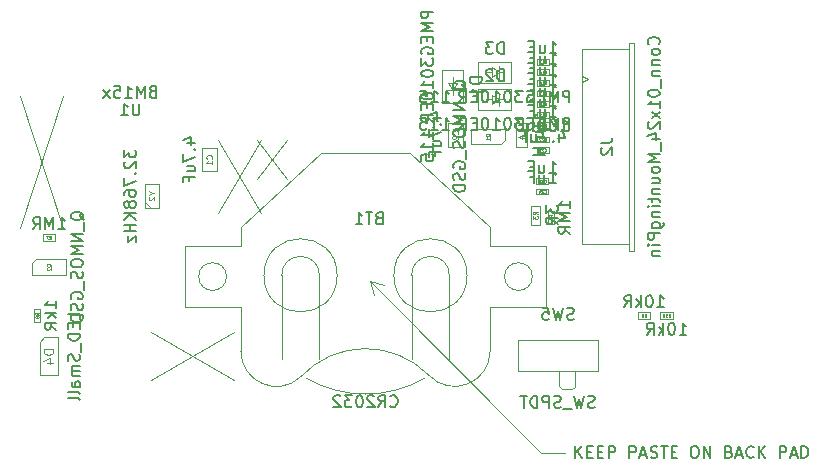
<source format=gbr>
%TF.GenerationSoftware,KiCad,Pcbnew,8.99.0-unknown-7a4b3602b9~181~ubuntu24.04.1*%
%TF.CreationDate,2024-12-15T13:41:47-05:00*%
%TF.ProjectId,nRF54L_ePaper,6e524635-344c-45f6-9550-617065722e6b,rev?*%
%TF.SameCoordinates,Original*%
%TF.FileFunction,AssemblyDrawing,Bot*%
%FSLAX46Y46*%
G04 Gerber Fmt 4.6, Leading zero omitted, Abs format (unit mm)*
G04 Created by KiCad (PCBNEW 8.99.0-unknown-7a4b3602b9~181~ubuntu24.04.1) date 2024-12-15 13:41:47*
%MOMM*%
%LPD*%
G01*
G04 APERTURE LIST*
%ADD10C,0.150000*%
%ADD11C,0.100000*%
%ADD12C,0.040000*%
%ADD13C,0.060000*%
%ADD14C,0.120000*%
%ADD15C,0.050000*%
%ADD16C,0.080000*%
%ADD17C,0.075000*%
G04 APERTURE END LIST*
D10*
X146766666Y-79354819D02*
X146766666Y-78354819D01*
X147338094Y-79354819D02*
X146909523Y-78783390D01*
X147338094Y-78354819D02*
X146766666Y-78926247D01*
X147766666Y-78831009D02*
X148099999Y-78831009D01*
X148242856Y-79354819D02*
X147766666Y-79354819D01*
X147766666Y-79354819D02*
X147766666Y-78354819D01*
X147766666Y-78354819D02*
X148242856Y-78354819D01*
X148671428Y-78831009D02*
X149004761Y-78831009D01*
X149147618Y-79354819D02*
X148671428Y-79354819D01*
X148671428Y-79354819D02*
X148671428Y-78354819D01*
X148671428Y-78354819D02*
X149147618Y-78354819D01*
X149576190Y-79354819D02*
X149576190Y-78354819D01*
X149576190Y-78354819D02*
X149957142Y-78354819D01*
X149957142Y-78354819D02*
X150052380Y-78402438D01*
X150052380Y-78402438D02*
X150099999Y-78450057D01*
X150099999Y-78450057D02*
X150147618Y-78545295D01*
X150147618Y-78545295D02*
X150147618Y-78688152D01*
X150147618Y-78688152D02*
X150099999Y-78783390D01*
X150099999Y-78783390D02*
X150052380Y-78831009D01*
X150052380Y-78831009D02*
X149957142Y-78878628D01*
X149957142Y-78878628D02*
X149576190Y-78878628D01*
X151338095Y-79354819D02*
X151338095Y-78354819D01*
X151338095Y-78354819D02*
X151719047Y-78354819D01*
X151719047Y-78354819D02*
X151814285Y-78402438D01*
X151814285Y-78402438D02*
X151861904Y-78450057D01*
X151861904Y-78450057D02*
X151909523Y-78545295D01*
X151909523Y-78545295D02*
X151909523Y-78688152D01*
X151909523Y-78688152D02*
X151861904Y-78783390D01*
X151861904Y-78783390D02*
X151814285Y-78831009D01*
X151814285Y-78831009D02*
X151719047Y-78878628D01*
X151719047Y-78878628D02*
X151338095Y-78878628D01*
X152290476Y-79069104D02*
X152766666Y-79069104D01*
X152195238Y-79354819D02*
X152528571Y-78354819D01*
X152528571Y-78354819D02*
X152861904Y-79354819D01*
X153147619Y-79307200D02*
X153290476Y-79354819D01*
X153290476Y-79354819D02*
X153528571Y-79354819D01*
X153528571Y-79354819D02*
X153623809Y-79307200D01*
X153623809Y-79307200D02*
X153671428Y-79259580D01*
X153671428Y-79259580D02*
X153719047Y-79164342D01*
X153719047Y-79164342D02*
X153719047Y-79069104D01*
X153719047Y-79069104D02*
X153671428Y-78973866D01*
X153671428Y-78973866D02*
X153623809Y-78926247D01*
X153623809Y-78926247D02*
X153528571Y-78878628D01*
X153528571Y-78878628D02*
X153338095Y-78831009D01*
X153338095Y-78831009D02*
X153242857Y-78783390D01*
X153242857Y-78783390D02*
X153195238Y-78735771D01*
X153195238Y-78735771D02*
X153147619Y-78640533D01*
X153147619Y-78640533D02*
X153147619Y-78545295D01*
X153147619Y-78545295D02*
X153195238Y-78450057D01*
X153195238Y-78450057D02*
X153242857Y-78402438D01*
X153242857Y-78402438D02*
X153338095Y-78354819D01*
X153338095Y-78354819D02*
X153576190Y-78354819D01*
X153576190Y-78354819D02*
X153719047Y-78402438D01*
X154004762Y-78354819D02*
X154576190Y-78354819D01*
X154290476Y-79354819D02*
X154290476Y-78354819D01*
X154909524Y-78831009D02*
X155242857Y-78831009D01*
X155385714Y-79354819D02*
X154909524Y-79354819D01*
X154909524Y-79354819D02*
X154909524Y-78354819D01*
X154909524Y-78354819D02*
X155385714Y-78354819D01*
X156766667Y-78354819D02*
X156957143Y-78354819D01*
X156957143Y-78354819D02*
X157052381Y-78402438D01*
X157052381Y-78402438D02*
X157147619Y-78497676D01*
X157147619Y-78497676D02*
X157195238Y-78688152D01*
X157195238Y-78688152D02*
X157195238Y-79021485D01*
X157195238Y-79021485D02*
X157147619Y-79211961D01*
X157147619Y-79211961D02*
X157052381Y-79307200D01*
X157052381Y-79307200D02*
X156957143Y-79354819D01*
X156957143Y-79354819D02*
X156766667Y-79354819D01*
X156766667Y-79354819D02*
X156671429Y-79307200D01*
X156671429Y-79307200D02*
X156576191Y-79211961D01*
X156576191Y-79211961D02*
X156528572Y-79021485D01*
X156528572Y-79021485D02*
X156528572Y-78688152D01*
X156528572Y-78688152D02*
X156576191Y-78497676D01*
X156576191Y-78497676D02*
X156671429Y-78402438D01*
X156671429Y-78402438D02*
X156766667Y-78354819D01*
X157623810Y-79354819D02*
X157623810Y-78354819D01*
X157623810Y-78354819D02*
X158195238Y-79354819D01*
X158195238Y-79354819D02*
X158195238Y-78354819D01*
X159766667Y-78831009D02*
X159909524Y-78878628D01*
X159909524Y-78878628D02*
X159957143Y-78926247D01*
X159957143Y-78926247D02*
X160004762Y-79021485D01*
X160004762Y-79021485D02*
X160004762Y-79164342D01*
X160004762Y-79164342D02*
X159957143Y-79259580D01*
X159957143Y-79259580D02*
X159909524Y-79307200D01*
X159909524Y-79307200D02*
X159814286Y-79354819D01*
X159814286Y-79354819D02*
X159433334Y-79354819D01*
X159433334Y-79354819D02*
X159433334Y-78354819D01*
X159433334Y-78354819D02*
X159766667Y-78354819D01*
X159766667Y-78354819D02*
X159861905Y-78402438D01*
X159861905Y-78402438D02*
X159909524Y-78450057D01*
X159909524Y-78450057D02*
X159957143Y-78545295D01*
X159957143Y-78545295D02*
X159957143Y-78640533D01*
X159957143Y-78640533D02*
X159909524Y-78735771D01*
X159909524Y-78735771D02*
X159861905Y-78783390D01*
X159861905Y-78783390D02*
X159766667Y-78831009D01*
X159766667Y-78831009D02*
X159433334Y-78831009D01*
X160385715Y-79069104D02*
X160861905Y-79069104D01*
X160290477Y-79354819D02*
X160623810Y-78354819D01*
X160623810Y-78354819D02*
X160957143Y-79354819D01*
X161861905Y-79259580D02*
X161814286Y-79307200D01*
X161814286Y-79307200D02*
X161671429Y-79354819D01*
X161671429Y-79354819D02*
X161576191Y-79354819D01*
X161576191Y-79354819D02*
X161433334Y-79307200D01*
X161433334Y-79307200D02*
X161338096Y-79211961D01*
X161338096Y-79211961D02*
X161290477Y-79116723D01*
X161290477Y-79116723D02*
X161242858Y-78926247D01*
X161242858Y-78926247D02*
X161242858Y-78783390D01*
X161242858Y-78783390D02*
X161290477Y-78592914D01*
X161290477Y-78592914D02*
X161338096Y-78497676D01*
X161338096Y-78497676D02*
X161433334Y-78402438D01*
X161433334Y-78402438D02*
X161576191Y-78354819D01*
X161576191Y-78354819D02*
X161671429Y-78354819D01*
X161671429Y-78354819D02*
X161814286Y-78402438D01*
X161814286Y-78402438D02*
X161861905Y-78450057D01*
X162290477Y-79354819D02*
X162290477Y-78354819D01*
X162861905Y-79354819D02*
X162433334Y-78783390D01*
X162861905Y-78354819D02*
X162290477Y-78926247D01*
X164052382Y-79354819D02*
X164052382Y-78354819D01*
X164052382Y-78354819D02*
X164433334Y-78354819D01*
X164433334Y-78354819D02*
X164528572Y-78402438D01*
X164528572Y-78402438D02*
X164576191Y-78450057D01*
X164576191Y-78450057D02*
X164623810Y-78545295D01*
X164623810Y-78545295D02*
X164623810Y-78688152D01*
X164623810Y-78688152D02*
X164576191Y-78783390D01*
X164576191Y-78783390D02*
X164528572Y-78831009D01*
X164528572Y-78831009D02*
X164433334Y-78878628D01*
X164433334Y-78878628D02*
X164052382Y-78878628D01*
X165004763Y-79069104D02*
X165480953Y-79069104D01*
X164909525Y-79354819D02*
X165242858Y-78354819D01*
X165242858Y-78354819D02*
X165576191Y-79354819D01*
X165909525Y-79354819D02*
X165909525Y-78354819D01*
X165909525Y-78354819D02*
X166147620Y-78354819D01*
X166147620Y-78354819D02*
X166290477Y-78402438D01*
X166290477Y-78402438D02*
X166385715Y-78497676D01*
X166385715Y-78497676D02*
X166433334Y-78592914D01*
X166433334Y-78592914D02*
X166480953Y-78783390D01*
X166480953Y-78783390D02*
X166480953Y-78926247D01*
X166480953Y-78926247D02*
X166433334Y-79116723D01*
X166433334Y-79116723D02*
X166385715Y-79211961D01*
X166385715Y-79211961D02*
X166290477Y-79307200D01*
X166290477Y-79307200D02*
X166147620Y-79354819D01*
X166147620Y-79354819D02*
X165909525Y-79354819D01*
D11*
X129353553Y-64353553D02*
X143900000Y-78900000D01*
X129353553Y-64353553D02*
X130564774Y-64735449D01*
X129353553Y-64353553D02*
X129735449Y-65564774D01*
X143900000Y-78900000D02*
X145903571Y-78900000D01*
X129353553Y-64353553D02*
X143900000Y-78900000D01*
X129353553Y-64353553D02*
X130564774Y-64735449D01*
X129353553Y-64353553D02*
X129735449Y-65564774D01*
X143900000Y-78900000D02*
X145903571Y-78900000D01*
D10*
X102985714Y-59984819D02*
X103557142Y-59984819D01*
X103271428Y-59984819D02*
X103271428Y-58984819D01*
X103271428Y-58984819D02*
X103366666Y-59127676D01*
X103366666Y-59127676D02*
X103461904Y-59222914D01*
X103461904Y-59222914D02*
X103557142Y-59270533D01*
X102557142Y-59984819D02*
X102557142Y-58984819D01*
X102557142Y-58984819D02*
X102223809Y-59699104D01*
X102223809Y-59699104D02*
X101890476Y-58984819D01*
X101890476Y-58984819D02*
X101890476Y-59984819D01*
X100842857Y-59984819D02*
X101176190Y-59508628D01*
X101414285Y-59984819D02*
X101414285Y-58984819D01*
X101414285Y-58984819D02*
X101033333Y-58984819D01*
X101033333Y-58984819D02*
X100938095Y-59032438D01*
X100938095Y-59032438D02*
X100890476Y-59080057D01*
X100890476Y-59080057D02*
X100842857Y-59175295D01*
X100842857Y-59175295D02*
X100842857Y-59318152D01*
X100842857Y-59318152D02*
X100890476Y-59413390D01*
X100890476Y-59413390D02*
X100938095Y-59461009D01*
X100938095Y-59461009D02*
X101033333Y-59508628D01*
X101033333Y-59508628D02*
X101414285Y-59508628D01*
D12*
X102243332Y-60818200D02*
X102329999Y-60694391D01*
X102391904Y-60818200D02*
X102391904Y-60558200D01*
X102391904Y-60558200D02*
X102292856Y-60558200D01*
X102292856Y-60558200D02*
X102268094Y-60570581D01*
X102268094Y-60570581D02*
X102255713Y-60582962D01*
X102255713Y-60582962D02*
X102243332Y-60607724D01*
X102243332Y-60607724D02*
X102243332Y-60644867D01*
X102243332Y-60644867D02*
X102255713Y-60669629D01*
X102255713Y-60669629D02*
X102268094Y-60682010D01*
X102268094Y-60682010D02*
X102292856Y-60694391D01*
X102292856Y-60694391D02*
X102391904Y-60694391D01*
X102156666Y-60558200D02*
X101983332Y-60558200D01*
X101983332Y-60558200D02*
X102094761Y-60818200D01*
D10*
X153685238Y-66584819D02*
X154256666Y-66584819D01*
X153970952Y-66584819D02*
X153970952Y-65584819D01*
X153970952Y-65584819D02*
X154066190Y-65727676D01*
X154066190Y-65727676D02*
X154161428Y-65822914D01*
X154161428Y-65822914D02*
X154256666Y-65870533D01*
X153066190Y-65584819D02*
X152970952Y-65584819D01*
X152970952Y-65584819D02*
X152875714Y-65632438D01*
X152875714Y-65632438D02*
X152828095Y-65680057D01*
X152828095Y-65680057D02*
X152780476Y-65775295D01*
X152780476Y-65775295D02*
X152732857Y-65965771D01*
X152732857Y-65965771D02*
X152732857Y-66203866D01*
X152732857Y-66203866D02*
X152780476Y-66394342D01*
X152780476Y-66394342D02*
X152828095Y-66489580D01*
X152828095Y-66489580D02*
X152875714Y-66537200D01*
X152875714Y-66537200D02*
X152970952Y-66584819D01*
X152970952Y-66584819D02*
X153066190Y-66584819D01*
X153066190Y-66584819D02*
X153161428Y-66537200D01*
X153161428Y-66537200D02*
X153209047Y-66489580D01*
X153209047Y-66489580D02*
X153256666Y-66394342D01*
X153256666Y-66394342D02*
X153304285Y-66203866D01*
X153304285Y-66203866D02*
X153304285Y-65965771D01*
X153304285Y-65965771D02*
X153256666Y-65775295D01*
X153256666Y-65775295D02*
X153209047Y-65680057D01*
X153209047Y-65680057D02*
X153161428Y-65632438D01*
X153161428Y-65632438D02*
X153066190Y-65584819D01*
X152304285Y-66584819D02*
X152304285Y-65584819D01*
X152209047Y-66203866D02*
X151923333Y-66584819D01*
X151923333Y-65918152D02*
X152304285Y-66299104D01*
X150923333Y-66584819D02*
X151256666Y-66108628D01*
X151494761Y-66584819D02*
X151494761Y-65584819D01*
X151494761Y-65584819D02*
X151113809Y-65584819D01*
X151113809Y-65584819D02*
X151018571Y-65632438D01*
X151018571Y-65632438D02*
X150970952Y-65680057D01*
X150970952Y-65680057D02*
X150923333Y-65775295D01*
X150923333Y-65775295D02*
X150923333Y-65918152D01*
X150923333Y-65918152D02*
X150970952Y-66013390D01*
X150970952Y-66013390D02*
X151018571Y-66061009D01*
X151018571Y-66061009D02*
X151113809Y-66108628D01*
X151113809Y-66108628D02*
X151494761Y-66108628D01*
D12*
X152633332Y-67418200D02*
X152719999Y-67294391D01*
X152781904Y-67418200D02*
X152781904Y-67158200D01*
X152781904Y-67158200D02*
X152682856Y-67158200D01*
X152682856Y-67158200D02*
X152658094Y-67170581D01*
X152658094Y-67170581D02*
X152645713Y-67182962D01*
X152645713Y-67182962D02*
X152633332Y-67207724D01*
X152633332Y-67207724D02*
X152633332Y-67244867D01*
X152633332Y-67244867D02*
X152645713Y-67269629D01*
X152645713Y-67269629D02*
X152658094Y-67282010D01*
X152658094Y-67282010D02*
X152682856Y-67294391D01*
X152682856Y-67294391D02*
X152781904Y-67294391D01*
X152509523Y-67418200D02*
X152459999Y-67418200D01*
X152459999Y-67418200D02*
X152435237Y-67405820D01*
X152435237Y-67405820D02*
X152422856Y-67393439D01*
X152422856Y-67393439D02*
X152398094Y-67356296D01*
X152398094Y-67356296D02*
X152385713Y-67306772D01*
X152385713Y-67306772D02*
X152385713Y-67207724D01*
X152385713Y-67207724D02*
X152398094Y-67182962D01*
X152398094Y-67182962D02*
X152410475Y-67170581D01*
X152410475Y-67170581D02*
X152435237Y-67158200D01*
X152435237Y-67158200D02*
X152484761Y-67158200D01*
X152484761Y-67158200D02*
X152509523Y-67170581D01*
X152509523Y-67170581D02*
X152521904Y-67182962D01*
X152521904Y-67182962D02*
X152534285Y-67207724D01*
X152534285Y-67207724D02*
X152534285Y-67269629D01*
X152534285Y-67269629D02*
X152521904Y-67294391D01*
X152521904Y-67294391D02*
X152509523Y-67306772D01*
X152509523Y-67306772D02*
X152484761Y-67319153D01*
X152484761Y-67319153D02*
X152435237Y-67319153D01*
X152435237Y-67319153D02*
X152410475Y-67306772D01*
X152410475Y-67306772D02*
X152398094Y-67294391D01*
X152398094Y-67294391D02*
X152385713Y-67269629D01*
D10*
X102824819Y-66680952D02*
X102824819Y-66109524D01*
X102824819Y-66395238D02*
X101824819Y-66395238D01*
X101824819Y-66395238D02*
X101967676Y-66300000D01*
X101967676Y-66300000D02*
X102062914Y-66204762D01*
X102062914Y-66204762D02*
X102110533Y-66109524D01*
X102824819Y-67109524D02*
X101824819Y-67109524D01*
X102443866Y-67204762D02*
X102824819Y-67490476D01*
X102158152Y-67490476D02*
X102539104Y-67109524D01*
X102824819Y-68490476D02*
X102348628Y-68157143D01*
X102824819Y-67919048D02*
X101824819Y-67919048D01*
X101824819Y-67919048D02*
X101824819Y-68300000D01*
X101824819Y-68300000D02*
X101872438Y-68395238D01*
X101872438Y-68395238D02*
X101920057Y-68442857D01*
X101920057Y-68442857D02*
X102015295Y-68490476D01*
X102015295Y-68490476D02*
X102158152Y-68490476D01*
X102158152Y-68490476D02*
X102253390Y-68442857D01*
X102253390Y-68442857D02*
X102301009Y-68395238D01*
X102301009Y-68395238D02*
X102348628Y-68300000D01*
X102348628Y-68300000D02*
X102348628Y-67919048D01*
D12*
X101318200Y-67256667D02*
X101194391Y-67170000D01*
X101318200Y-67108095D02*
X101058200Y-67108095D01*
X101058200Y-67108095D02*
X101058200Y-67207143D01*
X101058200Y-67207143D02*
X101070581Y-67231905D01*
X101070581Y-67231905D02*
X101082962Y-67244286D01*
X101082962Y-67244286D02*
X101107724Y-67256667D01*
X101107724Y-67256667D02*
X101144867Y-67256667D01*
X101144867Y-67256667D02*
X101169629Y-67244286D01*
X101169629Y-67244286D02*
X101182010Y-67231905D01*
X101182010Y-67231905D02*
X101194391Y-67207143D01*
X101194391Y-67207143D02*
X101194391Y-67108095D01*
X101169629Y-67405238D02*
X101157248Y-67380476D01*
X101157248Y-67380476D02*
X101144867Y-67368095D01*
X101144867Y-67368095D02*
X101120105Y-67355714D01*
X101120105Y-67355714D02*
X101107724Y-67355714D01*
X101107724Y-67355714D02*
X101082962Y-67368095D01*
X101082962Y-67368095D02*
X101070581Y-67380476D01*
X101070581Y-67380476D02*
X101058200Y-67405238D01*
X101058200Y-67405238D02*
X101058200Y-67454762D01*
X101058200Y-67454762D02*
X101070581Y-67479524D01*
X101070581Y-67479524D02*
X101082962Y-67491905D01*
X101082962Y-67491905D02*
X101107724Y-67504286D01*
X101107724Y-67504286D02*
X101120105Y-67504286D01*
X101120105Y-67504286D02*
X101144867Y-67491905D01*
X101144867Y-67491905D02*
X101157248Y-67479524D01*
X101157248Y-67479524D02*
X101169629Y-67454762D01*
X101169629Y-67454762D02*
X101169629Y-67405238D01*
X101169629Y-67405238D02*
X101182010Y-67380476D01*
X101182010Y-67380476D02*
X101194391Y-67368095D01*
X101194391Y-67368095D02*
X101219153Y-67355714D01*
X101219153Y-67355714D02*
X101268677Y-67355714D01*
X101268677Y-67355714D02*
X101293439Y-67368095D01*
X101293439Y-67368095D02*
X101305820Y-67380476D01*
X101305820Y-67380476D02*
X101318200Y-67405238D01*
X101318200Y-67405238D02*
X101318200Y-67454762D01*
X101318200Y-67454762D02*
X101305820Y-67479524D01*
X101305820Y-67479524D02*
X101293439Y-67491905D01*
X101293439Y-67491905D02*
X101268677Y-67504286D01*
X101268677Y-67504286D02*
X101219153Y-67504286D01*
X101219153Y-67504286D02*
X101194391Y-67491905D01*
X101194391Y-67491905D02*
X101182010Y-67479524D01*
X101182010Y-67479524D02*
X101169629Y-67454762D01*
D10*
X144570238Y-55219819D02*
X145141666Y-55219819D01*
X144855952Y-55219819D02*
X144855952Y-54219819D01*
X144855952Y-54219819D02*
X144951190Y-54362676D01*
X144951190Y-54362676D02*
X145046428Y-54457914D01*
X145046428Y-54457914D02*
X145141666Y-54505533D01*
X143713095Y-54553152D02*
X143713095Y-55219819D01*
X144141666Y-54553152D02*
X144141666Y-55076961D01*
X144141666Y-55076961D02*
X144094047Y-55172200D01*
X144094047Y-55172200D02*
X143998809Y-55219819D01*
X143998809Y-55219819D02*
X143855952Y-55219819D01*
X143855952Y-55219819D02*
X143760714Y-55172200D01*
X143760714Y-55172200D02*
X143713095Y-55124580D01*
X142903571Y-54696009D02*
X143236904Y-54696009D01*
X143236904Y-55219819D02*
X143236904Y-54219819D01*
X143236904Y-54219819D02*
X142760714Y-54219819D01*
D12*
X144135714Y-56014765D02*
X144147618Y-56026670D01*
X144147618Y-56026670D02*
X144183333Y-56038574D01*
X144183333Y-56038574D02*
X144207142Y-56038574D01*
X144207142Y-56038574D02*
X144242856Y-56026670D01*
X144242856Y-56026670D02*
X144266666Y-56002860D01*
X144266666Y-56002860D02*
X144278571Y-55979050D01*
X144278571Y-55979050D02*
X144290475Y-55931431D01*
X144290475Y-55931431D02*
X144290475Y-55895717D01*
X144290475Y-55895717D02*
X144278571Y-55848098D01*
X144278571Y-55848098D02*
X144266666Y-55824289D01*
X144266666Y-55824289D02*
X144242856Y-55800479D01*
X144242856Y-55800479D02*
X144207142Y-55788574D01*
X144207142Y-55788574D02*
X144183333Y-55788574D01*
X144183333Y-55788574D02*
X144147618Y-55800479D01*
X144147618Y-55800479D02*
X144135714Y-55812384D01*
X144040475Y-55812384D02*
X144028571Y-55800479D01*
X144028571Y-55800479D02*
X144004761Y-55788574D01*
X144004761Y-55788574D02*
X143945237Y-55788574D01*
X143945237Y-55788574D02*
X143921428Y-55800479D01*
X143921428Y-55800479D02*
X143909523Y-55812384D01*
X143909523Y-55812384D02*
X143897618Y-55836193D01*
X143897618Y-55836193D02*
X143897618Y-55860003D01*
X143897618Y-55860003D02*
X143909523Y-55895717D01*
X143909523Y-55895717D02*
X144052380Y-56038574D01*
X144052380Y-56038574D02*
X143897618Y-56038574D01*
X143814285Y-55788574D02*
X143659523Y-55788574D01*
X143659523Y-55788574D02*
X143742857Y-55883812D01*
X143742857Y-55883812D02*
X143707142Y-55883812D01*
X143707142Y-55883812D02*
X143683333Y-55895717D01*
X143683333Y-55895717D02*
X143671428Y-55907622D01*
X143671428Y-55907622D02*
X143659523Y-55931431D01*
X143659523Y-55931431D02*
X143659523Y-55990955D01*
X143659523Y-55990955D02*
X143671428Y-56014765D01*
X143671428Y-56014765D02*
X143683333Y-56026670D01*
X143683333Y-56026670D02*
X143707142Y-56038574D01*
X143707142Y-56038574D02*
X143778571Y-56038574D01*
X143778571Y-56038574D02*
X143802380Y-56026670D01*
X143802380Y-56026670D02*
X143814285Y-56014765D01*
D10*
X134729819Y-41565476D02*
X133729819Y-41565476D01*
X133729819Y-41565476D02*
X133729819Y-41946428D01*
X133729819Y-41946428D02*
X133777438Y-42041666D01*
X133777438Y-42041666D02*
X133825057Y-42089285D01*
X133825057Y-42089285D02*
X133920295Y-42136904D01*
X133920295Y-42136904D02*
X134063152Y-42136904D01*
X134063152Y-42136904D02*
X134158390Y-42089285D01*
X134158390Y-42089285D02*
X134206009Y-42041666D01*
X134206009Y-42041666D02*
X134253628Y-41946428D01*
X134253628Y-41946428D02*
X134253628Y-41565476D01*
X134729819Y-42565476D02*
X133729819Y-42565476D01*
X133729819Y-42565476D02*
X134444104Y-42898809D01*
X134444104Y-42898809D02*
X133729819Y-43232142D01*
X133729819Y-43232142D02*
X134729819Y-43232142D01*
X134206009Y-43708333D02*
X134206009Y-44041666D01*
X134729819Y-44184523D02*
X134729819Y-43708333D01*
X134729819Y-43708333D02*
X133729819Y-43708333D01*
X133729819Y-43708333D02*
X133729819Y-44184523D01*
X133777438Y-45136904D02*
X133729819Y-45041666D01*
X133729819Y-45041666D02*
X133729819Y-44898809D01*
X133729819Y-44898809D02*
X133777438Y-44755952D01*
X133777438Y-44755952D02*
X133872676Y-44660714D01*
X133872676Y-44660714D02*
X133967914Y-44613095D01*
X133967914Y-44613095D02*
X134158390Y-44565476D01*
X134158390Y-44565476D02*
X134301247Y-44565476D01*
X134301247Y-44565476D02*
X134491723Y-44613095D01*
X134491723Y-44613095D02*
X134586961Y-44660714D01*
X134586961Y-44660714D02*
X134682200Y-44755952D01*
X134682200Y-44755952D02*
X134729819Y-44898809D01*
X134729819Y-44898809D02*
X134729819Y-44994047D01*
X134729819Y-44994047D02*
X134682200Y-45136904D01*
X134682200Y-45136904D02*
X134634580Y-45184523D01*
X134634580Y-45184523D02*
X134301247Y-45184523D01*
X134301247Y-45184523D02*
X134301247Y-44994047D01*
X133729819Y-45517857D02*
X133729819Y-46136904D01*
X133729819Y-46136904D02*
X134110771Y-45803571D01*
X134110771Y-45803571D02*
X134110771Y-45946428D01*
X134110771Y-45946428D02*
X134158390Y-46041666D01*
X134158390Y-46041666D02*
X134206009Y-46089285D01*
X134206009Y-46089285D02*
X134301247Y-46136904D01*
X134301247Y-46136904D02*
X134539342Y-46136904D01*
X134539342Y-46136904D02*
X134634580Y-46089285D01*
X134634580Y-46089285D02*
X134682200Y-46041666D01*
X134682200Y-46041666D02*
X134729819Y-45946428D01*
X134729819Y-45946428D02*
X134729819Y-45660714D01*
X134729819Y-45660714D02*
X134682200Y-45565476D01*
X134682200Y-45565476D02*
X134634580Y-45517857D01*
X133729819Y-46755952D02*
X133729819Y-46851190D01*
X133729819Y-46851190D02*
X133777438Y-46946428D01*
X133777438Y-46946428D02*
X133825057Y-46994047D01*
X133825057Y-46994047D02*
X133920295Y-47041666D01*
X133920295Y-47041666D02*
X134110771Y-47089285D01*
X134110771Y-47089285D02*
X134348866Y-47089285D01*
X134348866Y-47089285D02*
X134539342Y-47041666D01*
X134539342Y-47041666D02*
X134634580Y-46994047D01*
X134634580Y-46994047D02*
X134682200Y-46946428D01*
X134682200Y-46946428D02*
X134729819Y-46851190D01*
X134729819Y-46851190D02*
X134729819Y-46755952D01*
X134729819Y-46755952D02*
X134682200Y-46660714D01*
X134682200Y-46660714D02*
X134634580Y-46613095D01*
X134634580Y-46613095D02*
X134539342Y-46565476D01*
X134539342Y-46565476D02*
X134348866Y-46517857D01*
X134348866Y-46517857D02*
X134110771Y-46517857D01*
X134110771Y-46517857D02*
X133920295Y-46565476D01*
X133920295Y-46565476D02*
X133825057Y-46613095D01*
X133825057Y-46613095D02*
X133777438Y-46660714D01*
X133777438Y-46660714D02*
X133729819Y-46755952D01*
X134729819Y-48041666D02*
X134729819Y-47470238D01*
X134729819Y-47755952D02*
X133729819Y-47755952D01*
X133729819Y-47755952D02*
X133872676Y-47660714D01*
X133872676Y-47660714D02*
X133967914Y-47565476D01*
X133967914Y-47565476D02*
X134015533Y-47470238D01*
X133729819Y-48660714D02*
X133729819Y-48755952D01*
X133729819Y-48755952D02*
X133777438Y-48851190D01*
X133777438Y-48851190D02*
X133825057Y-48898809D01*
X133825057Y-48898809D02*
X133920295Y-48946428D01*
X133920295Y-48946428D02*
X134110771Y-48994047D01*
X134110771Y-48994047D02*
X134348866Y-48994047D01*
X134348866Y-48994047D02*
X134539342Y-48946428D01*
X134539342Y-48946428D02*
X134634580Y-48898809D01*
X134634580Y-48898809D02*
X134682200Y-48851190D01*
X134682200Y-48851190D02*
X134729819Y-48755952D01*
X134729819Y-48755952D02*
X134729819Y-48660714D01*
X134729819Y-48660714D02*
X134682200Y-48565476D01*
X134682200Y-48565476D02*
X134634580Y-48517857D01*
X134634580Y-48517857D02*
X134539342Y-48470238D01*
X134539342Y-48470238D02*
X134348866Y-48422619D01*
X134348866Y-48422619D02*
X134110771Y-48422619D01*
X134110771Y-48422619D02*
X133920295Y-48470238D01*
X133920295Y-48470238D02*
X133825057Y-48517857D01*
X133825057Y-48517857D02*
X133777438Y-48565476D01*
X133777438Y-48565476D02*
X133729819Y-48660714D01*
X134206009Y-49422619D02*
X134206009Y-49755952D01*
X134729819Y-49898809D02*
X134729819Y-49422619D01*
X134729819Y-49422619D02*
X133729819Y-49422619D01*
X133729819Y-49422619D02*
X133729819Y-49898809D01*
X134729819Y-50898809D02*
X134253628Y-50565476D01*
X134729819Y-50327381D02*
X133729819Y-50327381D01*
X133729819Y-50327381D02*
X133729819Y-50708333D01*
X133729819Y-50708333D02*
X133777438Y-50803571D01*
X133777438Y-50803571D02*
X133825057Y-50851190D01*
X133825057Y-50851190D02*
X133920295Y-50898809D01*
X133920295Y-50898809D02*
X134063152Y-50898809D01*
X134063152Y-50898809D02*
X134158390Y-50851190D01*
X134158390Y-50851190D02*
X134206009Y-50803571D01*
X134206009Y-50803571D02*
X134253628Y-50708333D01*
X134253628Y-50708333D02*
X134253628Y-50327381D01*
X134682200Y-51375000D02*
X134729819Y-51375000D01*
X134729819Y-51375000D02*
X134825057Y-51327381D01*
X134825057Y-51327381D02*
X134872676Y-51279762D01*
X134729819Y-52327380D02*
X134729819Y-51755952D01*
X134729819Y-52041666D02*
X133729819Y-52041666D01*
X133729819Y-52041666D02*
X133872676Y-51946428D01*
X133872676Y-51946428D02*
X133967914Y-51851190D01*
X133967914Y-51851190D02*
X134015533Y-51755952D01*
X134729819Y-53279761D02*
X134729819Y-52708333D01*
X134729819Y-52994047D02*
X133729819Y-52994047D01*
X133729819Y-52994047D02*
X133872676Y-52898809D01*
X133872676Y-52898809D02*
X133967914Y-52803571D01*
X133967914Y-52803571D02*
X134015533Y-52708333D01*
X133729819Y-54184523D02*
X133729819Y-53708333D01*
X133729819Y-53708333D02*
X134206009Y-53660714D01*
X134206009Y-53660714D02*
X134158390Y-53708333D01*
X134158390Y-53708333D02*
X134110771Y-53803571D01*
X134110771Y-53803571D02*
X134110771Y-54041666D01*
X134110771Y-54041666D02*
X134158390Y-54136904D01*
X134158390Y-54136904D02*
X134206009Y-54184523D01*
X134206009Y-54184523D02*
X134301247Y-54232142D01*
X134301247Y-54232142D02*
X134539342Y-54232142D01*
X134539342Y-54232142D02*
X134634580Y-54184523D01*
X134634580Y-54184523D02*
X134682200Y-54136904D01*
X134682200Y-54136904D02*
X134729819Y-54041666D01*
X134729819Y-54041666D02*
X134729819Y-53803571D01*
X134729819Y-53803571D02*
X134682200Y-53708333D01*
X134682200Y-53708333D02*
X134634580Y-53660714D01*
X138829819Y-47136905D02*
X137829819Y-47136905D01*
X137829819Y-47136905D02*
X137829819Y-47375000D01*
X137829819Y-47375000D02*
X137877438Y-47517857D01*
X137877438Y-47517857D02*
X137972676Y-47613095D01*
X137972676Y-47613095D02*
X138067914Y-47660714D01*
X138067914Y-47660714D02*
X138258390Y-47708333D01*
X138258390Y-47708333D02*
X138401247Y-47708333D01*
X138401247Y-47708333D02*
X138591723Y-47660714D01*
X138591723Y-47660714D02*
X138686961Y-47613095D01*
X138686961Y-47613095D02*
X138782200Y-47517857D01*
X138782200Y-47517857D02*
X138829819Y-47375000D01*
X138829819Y-47375000D02*
X138829819Y-47136905D01*
X138829819Y-48660714D02*
X138829819Y-48089286D01*
X138829819Y-48375000D02*
X137829819Y-48375000D01*
X137829819Y-48375000D02*
X137972676Y-48279762D01*
X137972676Y-48279762D02*
X138067914Y-48184524D01*
X138067914Y-48184524D02*
X138115533Y-48089286D01*
X153809580Y-44333332D02*
X153857200Y-44285713D01*
X153857200Y-44285713D02*
X153904819Y-44142856D01*
X153904819Y-44142856D02*
X153904819Y-44047618D01*
X153904819Y-44047618D02*
X153857200Y-43904761D01*
X153857200Y-43904761D02*
X153761961Y-43809523D01*
X153761961Y-43809523D02*
X153666723Y-43761904D01*
X153666723Y-43761904D02*
X153476247Y-43714285D01*
X153476247Y-43714285D02*
X153333390Y-43714285D01*
X153333390Y-43714285D02*
X153142914Y-43761904D01*
X153142914Y-43761904D02*
X153047676Y-43809523D01*
X153047676Y-43809523D02*
X152952438Y-43904761D01*
X152952438Y-43904761D02*
X152904819Y-44047618D01*
X152904819Y-44047618D02*
X152904819Y-44142856D01*
X152904819Y-44142856D02*
X152952438Y-44285713D01*
X152952438Y-44285713D02*
X153000057Y-44333332D01*
X153904819Y-44904761D02*
X153857200Y-44809523D01*
X153857200Y-44809523D02*
X153809580Y-44761904D01*
X153809580Y-44761904D02*
X153714342Y-44714285D01*
X153714342Y-44714285D02*
X153428628Y-44714285D01*
X153428628Y-44714285D02*
X153333390Y-44761904D01*
X153333390Y-44761904D02*
X153285771Y-44809523D01*
X153285771Y-44809523D02*
X153238152Y-44904761D01*
X153238152Y-44904761D02*
X153238152Y-45047618D01*
X153238152Y-45047618D02*
X153285771Y-45142856D01*
X153285771Y-45142856D02*
X153333390Y-45190475D01*
X153333390Y-45190475D02*
X153428628Y-45238094D01*
X153428628Y-45238094D02*
X153714342Y-45238094D01*
X153714342Y-45238094D02*
X153809580Y-45190475D01*
X153809580Y-45190475D02*
X153857200Y-45142856D01*
X153857200Y-45142856D02*
X153904819Y-45047618D01*
X153904819Y-45047618D02*
X153904819Y-44904761D01*
X153238152Y-45666666D02*
X153904819Y-45666666D01*
X153333390Y-45666666D02*
X153285771Y-45714285D01*
X153285771Y-45714285D02*
X153238152Y-45809523D01*
X153238152Y-45809523D02*
X153238152Y-45952380D01*
X153238152Y-45952380D02*
X153285771Y-46047618D01*
X153285771Y-46047618D02*
X153381009Y-46095237D01*
X153381009Y-46095237D02*
X153904819Y-46095237D01*
X153238152Y-46571428D02*
X153904819Y-46571428D01*
X153333390Y-46571428D02*
X153285771Y-46619047D01*
X153285771Y-46619047D02*
X153238152Y-46714285D01*
X153238152Y-46714285D02*
X153238152Y-46857142D01*
X153238152Y-46857142D02*
X153285771Y-46952380D01*
X153285771Y-46952380D02*
X153381009Y-46999999D01*
X153381009Y-46999999D02*
X153904819Y-46999999D01*
X154000057Y-47238095D02*
X154000057Y-47999999D01*
X152904819Y-48428571D02*
X152904819Y-48523809D01*
X152904819Y-48523809D02*
X152952438Y-48619047D01*
X152952438Y-48619047D02*
X153000057Y-48666666D01*
X153000057Y-48666666D02*
X153095295Y-48714285D01*
X153095295Y-48714285D02*
X153285771Y-48761904D01*
X153285771Y-48761904D02*
X153523866Y-48761904D01*
X153523866Y-48761904D02*
X153714342Y-48714285D01*
X153714342Y-48714285D02*
X153809580Y-48666666D01*
X153809580Y-48666666D02*
X153857200Y-48619047D01*
X153857200Y-48619047D02*
X153904819Y-48523809D01*
X153904819Y-48523809D02*
X153904819Y-48428571D01*
X153904819Y-48428571D02*
X153857200Y-48333333D01*
X153857200Y-48333333D02*
X153809580Y-48285714D01*
X153809580Y-48285714D02*
X153714342Y-48238095D01*
X153714342Y-48238095D02*
X153523866Y-48190476D01*
X153523866Y-48190476D02*
X153285771Y-48190476D01*
X153285771Y-48190476D02*
X153095295Y-48238095D01*
X153095295Y-48238095D02*
X153000057Y-48285714D01*
X153000057Y-48285714D02*
X152952438Y-48333333D01*
X152952438Y-48333333D02*
X152904819Y-48428571D01*
X153904819Y-49714285D02*
X153904819Y-49142857D01*
X153904819Y-49428571D02*
X152904819Y-49428571D01*
X152904819Y-49428571D02*
X153047676Y-49333333D01*
X153047676Y-49333333D02*
X153142914Y-49238095D01*
X153142914Y-49238095D02*
X153190533Y-49142857D01*
X153904819Y-50047619D02*
X153238152Y-50571428D01*
X153238152Y-50047619D02*
X153904819Y-50571428D01*
X153000057Y-50904762D02*
X152952438Y-50952381D01*
X152952438Y-50952381D02*
X152904819Y-51047619D01*
X152904819Y-51047619D02*
X152904819Y-51285714D01*
X152904819Y-51285714D02*
X152952438Y-51380952D01*
X152952438Y-51380952D02*
X153000057Y-51428571D01*
X153000057Y-51428571D02*
X153095295Y-51476190D01*
X153095295Y-51476190D02*
X153190533Y-51476190D01*
X153190533Y-51476190D02*
X153333390Y-51428571D01*
X153333390Y-51428571D02*
X153904819Y-50857143D01*
X153904819Y-50857143D02*
X153904819Y-51476190D01*
X153238152Y-52333333D02*
X153904819Y-52333333D01*
X152857200Y-52095238D02*
X153571485Y-51857143D01*
X153571485Y-51857143D02*
X153571485Y-52476190D01*
X154000057Y-52619048D02*
X154000057Y-53380952D01*
X153904819Y-53619048D02*
X152904819Y-53619048D01*
X152904819Y-53619048D02*
X153619104Y-53952381D01*
X153619104Y-53952381D02*
X152904819Y-54285714D01*
X152904819Y-54285714D02*
X153904819Y-54285714D01*
X153904819Y-54904762D02*
X153857200Y-54809524D01*
X153857200Y-54809524D02*
X153809580Y-54761905D01*
X153809580Y-54761905D02*
X153714342Y-54714286D01*
X153714342Y-54714286D02*
X153428628Y-54714286D01*
X153428628Y-54714286D02*
X153333390Y-54761905D01*
X153333390Y-54761905D02*
X153285771Y-54809524D01*
X153285771Y-54809524D02*
X153238152Y-54904762D01*
X153238152Y-54904762D02*
X153238152Y-55047619D01*
X153238152Y-55047619D02*
X153285771Y-55142857D01*
X153285771Y-55142857D02*
X153333390Y-55190476D01*
X153333390Y-55190476D02*
X153428628Y-55238095D01*
X153428628Y-55238095D02*
X153714342Y-55238095D01*
X153714342Y-55238095D02*
X153809580Y-55190476D01*
X153809580Y-55190476D02*
X153857200Y-55142857D01*
X153857200Y-55142857D02*
X153904819Y-55047619D01*
X153904819Y-55047619D02*
X153904819Y-54904762D01*
X153238152Y-56095238D02*
X153904819Y-56095238D01*
X153238152Y-55666667D02*
X153761961Y-55666667D01*
X153761961Y-55666667D02*
X153857200Y-55714286D01*
X153857200Y-55714286D02*
X153904819Y-55809524D01*
X153904819Y-55809524D02*
X153904819Y-55952381D01*
X153904819Y-55952381D02*
X153857200Y-56047619D01*
X153857200Y-56047619D02*
X153809580Y-56095238D01*
X153238152Y-56571429D02*
X153904819Y-56571429D01*
X153333390Y-56571429D02*
X153285771Y-56619048D01*
X153285771Y-56619048D02*
X153238152Y-56714286D01*
X153238152Y-56714286D02*
X153238152Y-56857143D01*
X153238152Y-56857143D02*
X153285771Y-56952381D01*
X153285771Y-56952381D02*
X153381009Y-57000000D01*
X153381009Y-57000000D02*
X153904819Y-57000000D01*
X153238152Y-57333334D02*
X153238152Y-57714286D01*
X152904819Y-57476191D02*
X153761961Y-57476191D01*
X153761961Y-57476191D02*
X153857200Y-57523810D01*
X153857200Y-57523810D02*
X153904819Y-57619048D01*
X153904819Y-57619048D02*
X153904819Y-57714286D01*
X153904819Y-58047620D02*
X153238152Y-58047620D01*
X152904819Y-58047620D02*
X152952438Y-58000001D01*
X152952438Y-58000001D02*
X153000057Y-58047620D01*
X153000057Y-58047620D02*
X152952438Y-58095239D01*
X152952438Y-58095239D02*
X152904819Y-58047620D01*
X152904819Y-58047620D02*
X153000057Y-58047620D01*
X153238152Y-58523810D02*
X153904819Y-58523810D01*
X153333390Y-58523810D02*
X153285771Y-58571429D01*
X153285771Y-58571429D02*
X153238152Y-58666667D01*
X153238152Y-58666667D02*
X153238152Y-58809524D01*
X153238152Y-58809524D02*
X153285771Y-58904762D01*
X153285771Y-58904762D02*
X153381009Y-58952381D01*
X153381009Y-58952381D02*
X153904819Y-58952381D01*
X153238152Y-59857143D02*
X154047676Y-59857143D01*
X154047676Y-59857143D02*
X154142914Y-59809524D01*
X154142914Y-59809524D02*
X154190533Y-59761905D01*
X154190533Y-59761905D02*
X154238152Y-59666667D01*
X154238152Y-59666667D02*
X154238152Y-59523810D01*
X154238152Y-59523810D02*
X154190533Y-59428572D01*
X153857200Y-59857143D02*
X153904819Y-59761905D01*
X153904819Y-59761905D02*
X153904819Y-59571429D01*
X153904819Y-59571429D02*
X153857200Y-59476191D01*
X153857200Y-59476191D02*
X153809580Y-59428572D01*
X153809580Y-59428572D02*
X153714342Y-59380953D01*
X153714342Y-59380953D02*
X153428628Y-59380953D01*
X153428628Y-59380953D02*
X153333390Y-59428572D01*
X153333390Y-59428572D02*
X153285771Y-59476191D01*
X153285771Y-59476191D02*
X153238152Y-59571429D01*
X153238152Y-59571429D02*
X153238152Y-59761905D01*
X153238152Y-59761905D02*
X153285771Y-59857143D01*
X153904819Y-60333334D02*
X152904819Y-60333334D01*
X152904819Y-60333334D02*
X152904819Y-60714286D01*
X152904819Y-60714286D02*
X152952438Y-60809524D01*
X152952438Y-60809524D02*
X153000057Y-60857143D01*
X153000057Y-60857143D02*
X153095295Y-60904762D01*
X153095295Y-60904762D02*
X153238152Y-60904762D01*
X153238152Y-60904762D02*
X153333390Y-60857143D01*
X153333390Y-60857143D02*
X153381009Y-60809524D01*
X153381009Y-60809524D02*
X153428628Y-60714286D01*
X153428628Y-60714286D02*
X153428628Y-60333334D01*
X153904819Y-61333334D02*
X153238152Y-61333334D01*
X152904819Y-61333334D02*
X152952438Y-61285715D01*
X152952438Y-61285715D02*
X153000057Y-61333334D01*
X153000057Y-61333334D02*
X152952438Y-61380953D01*
X152952438Y-61380953D02*
X152904819Y-61333334D01*
X152904819Y-61333334D02*
X153000057Y-61333334D01*
X153238152Y-61809524D02*
X153904819Y-61809524D01*
X153333390Y-61809524D02*
X153285771Y-61857143D01*
X153285771Y-61857143D02*
X153238152Y-61952381D01*
X153238152Y-61952381D02*
X153238152Y-62095238D01*
X153238152Y-62095238D02*
X153285771Y-62190476D01*
X153285771Y-62190476D02*
X153381009Y-62238095D01*
X153381009Y-62238095D02*
X153904819Y-62238095D01*
X148904819Y-52666666D02*
X149619104Y-52666666D01*
X149619104Y-52666666D02*
X149761961Y-52619047D01*
X149761961Y-52619047D02*
X149857200Y-52523809D01*
X149857200Y-52523809D02*
X149904819Y-52380952D01*
X149904819Y-52380952D02*
X149904819Y-52285714D01*
X149000057Y-53095238D02*
X148952438Y-53142857D01*
X148952438Y-53142857D02*
X148904819Y-53238095D01*
X148904819Y-53238095D02*
X148904819Y-53476190D01*
X148904819Y-53476190D02*
X148952438Y-53571428D01*
X148952438Y-53571428D02*
X149000057Y-53619047D01*
X149000057Y-53619047D02*
X149095295Y-53666666D01*
X149095295Y-53666666D02*
X149190533Y-53666666D01*
X149190533Y-53666666D02*
X149333390Y-53619047D01*
X149333390Y-53619047D02*
X149904819Y-53047619D01*
X149904819Y-53047619D02*
X149904819Y-53666666D01*
X144595238Y-45994819D02*
X145166666Y-45994819D01*
X144880952Y-45994819D02*
X144880952Y-44994819D01*
X144880952Y-44994819D02*
X144976190Y-45137676D01*
X144976190Y-45137676D02*
X145071428Y-45232914D01*
X145071428Y-45232914D02*
X145166666Y-45280533D01*
X143738095Y-45328152D02*
X143738095Y-45994819D01*
X144166666Y-45328152D02*
X144166666Y-45851961D01*
X144166666Y-45851961D02*
X144119047Y-45947200D01*
X144119047Y-45947200D02*
X144023809Y-45994819D01*
X144023809Y-45994819D02*
X143880952Y-45994819D01*
X143880952Y-45994819D02*
X143785714Y-45947200D01*
X143785714Y-45947200D02*
X143738095Y-45899580D01*
X142928571Y-45471009D02*
X143261904Y-45471009D01*
X143261904Y-45994819D02*
X143261904Y-44994819D01*
X143261904Y-44994819D02*
X142785714Y-44994819D01*
D12*
X144160714Y-46789765D02*
X144172618Y-46801670D01*
X144172618Y-46801670D02*
X144208333Y-46813574D01*
X144208333Y-46813574D02*
X144232142Y-46813574D01*
X144232142Y-46813574D02*
X144267856Y-46801670D01*
X144267856Y-46801670D02*
X144291666Y-46777860D01*
X144291666Y-46777860D02*
X144303571Y-46754050D01*
X144303571Y-46754050D02*
X144315475Y-46706431D01*
X144315475Y-46706431D02*
X144315475Y-46670717D01*
X144315475Y-46670717D02*
X144303571Y-46623098D01*
X144303571Y-46623098D02*
X144291666Y-46599289D01*
X144291666Y-46599289D02*
X144267856Y-46575479D01*
X144267856Y-46575479D02*
X144232142Y-46563574D01*
X144232142Y-46563574D02*
X144208333Y-46563574D01*
X144208333Y-46563574D02*
X144172618Y-46575479D01*
X144172618Y-46575479D02*
X144160714Y-46587384D01*
X143922618Y-46813574D02*
X144065475Y-46813574D01*
X143994047Y-46813574D02*
X143994047Y-46563574D01*
X143994047Y-46563574D02*
X144017856Y-46599289D01*
X144017856Y-46599289D02*
X144041666Y-46623098D01*
X144041666Y-46623098D02*
X144065475Y-46635003D01*
X143708333Y-46646908D02*
X143708333Y-46813574D01*
X143767857Y-46551670D02*
X143827380Y-46730241D01*
X143827380Y-46730241D02*
X143672619Y-46730241D01*
D10*
X146259523Y-49254819D02*
X146259523Y-48254819D01*
X146259523Y-48254819D02*
X145878571Y-48254819D01*
X145878571Y-48254819D02*
X145783333Y-48302438D01*
X145783333Y-48302438D02*
X145735714Y-48350057D01*
X145735714Y-48350057D02*
X145688095Y-48445295D01*
X145688095Y-48445295D02*
X145688095Y-48588152D01*
X145688095Y-48588152D02*
X145735714Y-48683390D01*
X145735714Y-48683390D02*
X145783333Y-48731009D01*
X145783333Y-48731009D02*
X145878571Y-48778628D01*
X145878571Y-48778628D02*
X146259523Y-48778628D01*
X145259523Y-49254819D02*
X145259523Y-48254819D01*
X145259523Y-48254819D02*
X144926190Y-48969104D01*
X144926190Y-48969104D02*
X144592857Y-48254819D01*
X144592857Y-48254819D02*
X144592857Y-49254819D01*
X144116666Y-48731009D02*
X143783333Y-48731009D01*
X143640476Y-49254819D02*
X144116666Y-49254819D01*
X144116666Y-49254819D02*
X144116666Y-48254819D01*
X144116666Y-48254819D02*
X143640476Y-48254819D01*
X142688095Y-48302438D02*
X142783333Y-48254819D01*
X142783333Y-48254819D02*
X142926190Y-48254819D01*
X142926190Y-48254819D02*
X143069047Y-48302438D01*
X143069047Y-48302438D02*
X143164285Y-48397676D01*
X143164285Y-48397676D02*
X143211904Y-48492914D01*
X143211904Y-48492914D02*
X143259523Y-48683390D01*
X143259523Y-48683390D02*
X143259523Y-48826247D01*
X143259523Y-48826247D02*
X143211904Y-49016723D01*
X143211904Y-49016723D02*
X143164285Y-49111961D01*
X143164285Y-49111961D02*
X143069047Y-49207200D01*
X143069047Y-49207200D02*
X142926190Y-49254819D01*
X142926190Y-49254819D02*
X142830952Y-49254819D01*
X142830952Y-49254819D02*
X142688095Y-49207200D01*
X142688095Y-49207200D02*
X142640476Y-49159580D01*
X142640476Y-49159580D02*
X142640476Y-48826247D01*
X142640476Y-48826247D02*
X142830952Y-48826247D01*
X142307142Y-48254819D02*
X141688095Y-48254819D01*
X141688095Y-48254819D02*
X142021428Y-48635771D01*
X142021428Y-48635771D02*
X141878571Y-48635771D01*
X141878571Y-48635771D02*
X141783333Y-48683390D01*
X141783333Y-48683390D02*
X141735714Y-48731009D01*
X141735714Y-48731009D02*
X141688095Y-48826247D01*
X141688095Y-48826247D02*
X141688095Y-49064342D01*
X141688095Y-49064342D02*
X141735714Y-49159580D01*
X141735714Y-49159580D02*
X141783333Y-49207200D01*
X141783333Y-49207200D02*
X141878571Y-49254819D01*
X141878571Y-49254819D02*
X142164285Y-49254819D01*
X142164285Y-49254819D02*
X142259523Y-49207200D01*
X142259523Y-49207200D02*
X142307142Y-49159580D01*
X141069047Y-48254819D02*
X140973809Y-48254819D01*
X140973809Y-48254819D02*
X140878571Y-48302438D01*
X140878571Y-48302438D02*
X140830952Y-48350057D01*
X140830952Y-48350057D02*
X140783333Y-48445295D01*
X140783333Y-48445295D02*
X140735714Y-48635771D01*
X140735714Y-48635771D02*
X140735714Y-48873866D01*
X140735714Y-48873866D02*
X140783333Y-49064342D01*
X140783333Y-49064342D02*
X140830952Y-49159580D01*
X140830952Y-49159580D02*
X140878571Y-49207200D01*
X140878571Y-49207200D02*
X140973809Y-49254819D01*
X140973809Y-49254819D02*
X141069047Y-49254819D01*
X141069047Y-49254819D02*
X141164285Y-49207200D01*
X141164285Y-49207200D02*
X141211904Y-49159580D01*
X141211904Y-49159580D02*
X141259523Y-49064342D01*
X141259523Y-49064342D02*
X141307142Y-48873866D01*
X141307142Y-48873866D02*
X141307142Y-48635771D01*
X141307142Y-48635771D02*
X141259523Y-48445295D01*
X141259523Y-48445295D02*
X141211904Y-48350057D01*
X141211904Y-48350057D02*
X141164285Y-48302438D01*
X141164285Y-48302438D02*
X141069047Y-48254819D01*
X139783333Y-49254819D02*
X140354761Y-49254819D01*
X140069047Y-49254819D02*
X140069047Y-48254819D01*
X140069047Y-48254819D02*
X140164285Y-48397676D01*
X140164285Y-48397676D02*
X140259523Y-48492914D01*
X140259523Y-48492914D02*
X140354761Y-48540533D01*
X139164285Y-48254819D02*
X139069047Y-48254819D01*
X139069047Y-48254819D02*
X138973809Y-48302438D01*
X138973809Y-48302438D02*
X138926190Y-48350057D01*
X138926190Y-48350057D02*
X138878571Y-48445295D01*
X138878571Y-48445295D02*
X138830952Y-48635771D01*
X138830952Y-48635771D02*
X138830952Y-48873866D01*
X138830952Y-48873866D02*
X138878571Y-49064342D01*
X138878571Y-49064342D02*
X138926190Y-49159580D01*
X138926190Y-49159580D02*
X138973809Y-49207200D01*
X138973809Y-49207200D02*
X139069047Y-49254819D01*
X139069047Y-49254819D02*
X139164285Y-49254819D01*
X139164285Y-49254819D02*
X139259523Y-49207200D01*
X139259523Y-49207200D02*
X139307142Y-49159580D01*
X139307142Y-49159580D02*
X139354761Y-49064342D01*
X139354761Y-49064342D02*
X139402380Y-48873866D01*
X139402380Y-48873866D02*
X139402380Y-48635771D01*
X139402380Y-48635771D02*
X139354761Y-48445295D01*
X139354761Y-48445295D02*
X139307142Y-48350057D01*
X139307142Y-48350057D02*
X139259523Y-48302438D01*
X139259523Y-48302438D02*
X139164285Y-48254819D01*
X138402380Y-48731009D02*
X138069047Y-48731009D01*
X137926190Y-49254819D02*
X138402380Y-49254819D01*
X138402380Y-49254819D02*
X138402380Y-48254819D01*
X138402380Y-48254819D02*
X137926190Y-48254819D01*
X136926190Y-49254819D02*
X137259523Y-48778628D01*
X137497618Y-49254819D02*
X137497618Y-48254819D01*
X137497618Y-48254819D02*
X137116666Y-48254819D01*
X137116666Y-48254819D02*
X137021428Y-48302438D01*
X137021428Y-48302438D02*
X136973809Y-48350057D01*
X136973809Y-48350057D02*
X136926190Y-48445295D01*
X136926190Y-48445295D02*
X136926190Y-48588152D01*
X136926190Y-48588152D02*
X136973809Y-48683390D01*
X136973809Y-48683390D02*
X137021428Y-48731009D01*
X137021428Y-48731009D02*
X137116666Y-48778628D01*
X137116666Y-48778628D02*
X137497618Y-48778628D01*
X136449999Y-49207200D02*
X136449999Y-49254819D01*
X136449999Y-49254819D02*
X136497618Y-49350057D01*
X136497618Y-49350057D02*
X136545237Y-49397676D01*
X135497619Y-49254819D02*
X136069047Y-49254819D01*
X135783333Y-49254819D02*
X135783333Y-48254819D01*
X135783333Y-48254819D02*
X135878571Y-48397676D01*
X135878571Y-48397676D02*
X135973809Y-48492914D01*
X135973809Y-48492914D02*
X136069047Y-48540533D01*
X134545238Y-49254819D02*
X135116666Y-49254819D01*
X134830952Y-49254819D02*
X134830952Y-48254819D01*
X134830952Y-48254819D02*
X134926190Y-48397676D01*
X134926190Y-48397676D02*
X135021428Y-48492914D01*
X135021428Y-48492914D02*
X135116666Y-48540533D01*
X133640476Y-48254819D02*
X134116666Y-48254819D01*
X134116666Y-48254819D02*
X134164285Y-48731009D01*
X134164285Y-48731009D02*
X134116666Y-48683390D01*
X134116666Y-48683390D02*
X134021428Y-48635771D01*
X134021428Y-48635771D02*
X133783333Y-48635771D01*
X133783333Y-48635771D02*
X133688095Y-48683390D01*
X133688095Y-48683390D02*
X133640476Y-48731009D01*
X133640476Y-48731009D02*
X133592857Y-48826247D01*
X133592857Y-48826247D02*
X133592857Y-49064342D01*
X133592857Y-49064342D02*
X133640476Y-49159580D01*
X133640476Y-49159580D02*
X133688095Y-49207200D01*
X133688095Y-49207200D02*
X133783333Y-49254819D01*
X133783333Y-49254819D02*
X134021428Y-49254819D01*
X134021428Y-49254819D02*
X134116666Y-49207200D01*
X134116666Y-49207200D02*
X134164285Y-49159580D01*
X140688094Y-45154819D02*
X140688094Y-44154819D01*
X140688094Y-44154819D02*
X140449999Y-44154819D01*
X140449999Y-44154819D02*
X140307142Y-44202438D01*
X140307142Y-44202438D02*
X140211904Y-44297676D01*
X140211904Y-44297676D02*
X140164285Y-44392914D01*
X140164285Y-44392914D02*
X140116666Y-44583390D01*
X140116666Y-44583390D02*
X140116666Y-44726247D01*
X140116666Y-44726247D02*
X140164285Y-44916723D01*
X140164285Y-44916723D02*
X140211904Y-45011961D01*
X140211904Y-45011961D02*
X140307142Y-45107200D01*
X140307142Y-45107200D02*
X140449999Y-45154819D01*
X140449999Y-45154819D02*
X140688094Y-45154819D01*
X139783332Y-44154819D02*
X139164285Y-44154819D01*
X139164285Y-44154819D02*
X139497618Y-44535771D01*
X139497618Y-44535771D02*
X139354761Y-44535771D01*
X139354761Y-44535771D02*
X139259523Y-44583390D01*
X139259523Y-44583390D02*
X139211904Y-44631009D01*
X139211904Y-44631009D02*
X139164285Y-44726247D01*
X139164285Y-44726247D02*
X139164285Y-44964342D01*
X139164285Y-44964342D02*
X139211904Y-45059580D01*
X139211904Y-45059580D02*
X139259523Y-45107200D01*
X139259523Y-45107200D02*
X139354761Y-45154819D01*
X139354761Y-45154819D02*
X139640475Y-45154819D01*
X139640475Y-45154819D02*
X139735713Y-45107200D01*
X139735713Y-45107200D02*
X139783332Y-45059580D01*
X144570238Y-56094819D02*
X145141666Y-56094819D01*
X144855952Y-56094819D02*
X144855952Y-55094819D01*
X144855952Y-55094819D02*
X144951190Y-55237676D01*
X144951190Y-55237676D02*
X145046428Y-55332914D01*
X145046428Y-55332914D02*
X145141666Y-55380533D01*
X143713095Y-55428152D02*
X143713095Y-56094819D01*
X144141666Y-55428152D02*
X144141666Y-55951961D01*
X144141666Y-55951961D02*
X144094047Y-56047200D01*
X144094047Y-56047200D02*
X143998809Y-56094819D01*
X143998809Y-56094819D02*
X143855952Y-56094819D01*
X143855952Y-56094819D02*
X143760714Y-56047200D01*
X143760714Y-56047200D02*
X143713095Y-55999580D01*
X142903571Y-55571009D02*
X143236904Y-55571009D01*
X143236904Y-56094819D02*
X143236904Y-55094819D01*
X143236904Y-55094819D02*
X142760714Y-55094819D01*
D12*
X144135714Y-56889765D02*
X144147618Y-56901670D01*
X144147618Y-56901670D02*
X144183333Y-56913574D01*
X144183333Y-56913574D02*
X144207142Y-56913574D01*
X144207142Y-56913574D02*
X144242856Y-56901670D01*
X144242856Y-56901670D02*
X144266666Y-56877860D01*
X144266666Y-56877860D02*
X144278571Y-56854050D01*
X144278571Y-56854050D02*
X144290475Y-56806431D01*
X144290475Y-56806431D02*
X144290475Y-56770717D01*
X144290475Y-56770717D02*
X144278571Y-56723098D01*
X144278571Y-56723098D02*
X144266666Y-56699289D01*
X144266666Y-56699289D02*
X144242856Y-56675479D01*
X144242856Y-56675479D02*
X144207142Y-56663574D01*
X144207142Y-56663574D02*
X144183333Y-56663574D01*
X144183333Y-56663574D02*
X144147618Y-56675479D01*
X144147618Y-56675479D02*
X144135714Y-56687384D01*
X144040475Y-56687384D02*
X144028571Y-56675479D01*
X144028571Y-56675479D02*
X144004761Y-56663574D01*
X144004761Y-56663574D02*
X143945237Y-56663574D01*
X143945237Y-56663574D02*
X143921428Y-56675479D01*
X143921428Y-56675479D02*
X143909523Y-56687384D01*
X143909523Y-56687384D02*
X143897618Y-56711193D01*
X143897618Y-56711193D02*
X143897618Y-56735003D01*
X143897618Y-56735003D02*
X143909523Y-56770717D01*
X143909523Y-56770717D02*
X144052380Y-56913574D01*
X144052380Y-56913574D02*
X143897618Y-56913574D01*
X143683333Y-56746908D02*
X143683333Y-56913574D01*
X143742857Y-56651670D02*
X143802380Y-56830241D01*
X143802380Y-56830241D02*
X143647619Y-56830241D01*
D10*
X144595238Y-50494819D02*
X145166666Y-50494819D01*
X144880952Y-50494819D02*
X144880952Y-49494819D01*
X144880952Y-49494819D02*
X144976190Y-49637676D01*
X144976190Y-49637676D02*
X145071428Y-49732914D01*
X145071428Y-49732914D02*
X145166666Y-49780533D01*
X143738095Y-49828152D02*
X143738095Y-50494819D01*
X144166666Y-49828152D02*
X144166666Y-50351961D01*
X144166666Y-50351961D02*
X144119047Y-50447200D01*
X144119047Y-50447200D02*
X144023809Y-50494819D01*
X144023809Y-50494819D02*
X143880952Y-50494819D01*
X143880952Y-50494819D02*
X143785714Y-50447200D01*
X143785714Y-50447200D02*
X143738095Y-50399580D01*
X142928571Y-49971009D02*
X143261904Y-49971009D01*
X143261904Y-50494819D02*
X143261904Y-49494819D01*
X143261904Y-49494819D02*
X142785714Y-49494819D01*
D12*
X144160714Y-51289765D02*
X144172618Y-51301670D01*
X144172618Y-51301670D02*
X144208333Y-51313574D01*
X144208333Y-51313574D02*
X144232142Y-51313574D01*
X144232142Y-51313574D02*
X144267856Y-51301670D01*
X144267856Y-51301670D02*
X144291666Y-51277860D01*
X144291666Y-51277860D02*
X144303571Y-51254050D01*
X144303571Y-51254050D02*
X144315475Y-51206431D01*
X144315475Y-51206431D02*
X144315475Y-51170717D01*
X144315475Y-51170717D02*
X144303571Y-51123098D01*
X144303571Y-51123098D02*
X144291666Y-51099289D01*
X144291666Y-51099289D02*
X144267856Y-51075479D01*
X144267856Y-51075479D02*
X144232142Y-51063574D01*
X144232142Y-51063574D02*
X144208333Y-51063574D01*
X144208333Y-51063574D02*
X144172618Y-51075479D01*
X144172618Y-51075479D02*
X144160714Y-51087384D01*
X144065475Y-51087384D02*
X144053571Y-51075479D01*
X144053571Y-51075479D02*
X144029761Y-51063574D01*
X144029761Y-51063574D02*
X143970237Y-51063574D01*
X143970237Y-51063574D02*
X143946428Y-51075479D01*
X143946428Y-51075479D02*
X143934523Y-51087384D01*
X143934523Y-51087384D02*
X143922618Y-51111193D01*
X143922618Y-51111193D02*
X143922618Y-51135003D01*
X143922618Y-51135003D02*
X143934523Y-51170717D01*
X143934523Y-51170717D02*
X144077380Y-51313574D01*
X144077380Y-51313574D02*
X143922618Y-51313574D01*
X143767857Y-51063574D02*
X143744047Y-51063574D01*
X143744047Y-51063574D02*
X143720238Y-51075479D01*
X143720238Y-51075479D02*
X143708333Y-51087384D01*
X143708333Y-51087384D02*
X143696428Y-51111193D01*
X143696428Y-51111193D02*
X143684523Y-51158812D01*
X143684523Y-51158812D02*
X143684523Y-51218336D01*
X143684523Y-51218336D02*
X143696428Y-51265955D01*
X143696428Y-51265955D02*
X143708333Y-51289765D01*
X143708333Y-51289765D02*
X143720238Y-51301670D01*
X143720238Y-51301670D02*
X143744047Y-51313574D01*
X143744047Y-51313574D02*
X143767857Y-51313574D01*
X143767857Y-51313574D02*
X143791666Y-51301670D01*
X143791666Y-51301670D02*
X143803571Y-51289765D01*
X143803571Y-51289765D02*
X143815476Y-51265955D01*
X143815476Y-51265955D02*
X143827380Y-51218336D01*
X143827380Y-51218336D02*
X143827380Y-51158812D01*
X143827380Y-51158812D02*
X143815476Y-51111193D01*
X143815476Y-51111193D02*
X143803571Y-51087384D01*
X143803571Y-51087384D02*
X143791666Y-51075479D01*
X143791666Y-51075479D02*
X143767857Y-51063574D01*
D10*
X146324819Y-58214285D02*
X146324819Y-57642857D01*
X146324819Y-57928571D02*
X145324819Y-57928571D01*
X145324819Y-57928571D02*
X145467676Y-57833333D01*
X145467676Y-57833333D02*
X145562914Y-57738095D01*
X145562914Y-57738095D02*
X145610533Y-57642857D01*
X146324819Y-58642857D02*
X145324819Y-58642857D01*
X145324819Y-58642857D02*
X146039104Y-58976190D01*
X146039104Y-58976190D02*
X145324819Y-59309523D01*
X145324819Y-59309523D02*
X146324819Y-59309523D01*
X146324819Y-60357142D02*
X145848628Y-60023809D01*
X146324819Y-59785714D02*
X145324819Y-59785714D01*
X145324819Y-59785714D02*
X145324819Y-60166666D01*
X145324819Y-60166666D02*
X145372438Y-60261904D01*
X145372438Y-60261904D02*
X145420057Y-60309523D01*
X145420057Y-60309523D02*
X145515295Y-60357142D01*
X145515295Y-60357142D02*
X145658152Y-60357142D01*
X145658152Y-60357142D02*
X145753390Y-60309523D01*
X145753390Y-60309523D02*
X145801009Y-60261904D01*
X145801009Y-60261904D02*
X145848628Y-60166666D01*
X145848628Y-60166666D02*
X145848628Y-59785714D01*
D12*
X144818200Y-58956667D02*
X144694391Y-58870000D01*
X144818200Y-58808095D02*
X144558200Y-58808095D01*
X144558200Y-58808095D02*
X144558200Y-58907143D01*
X144558200Y-58907143D02*
X144570581Y-58931905D01*
X144570581Y-58931905D02*
X144582962Y-58944286D01*
X144582962Y-58944286D02*
X144607724Y-58956667D01*
X144607724Y-58956667D02*
X144644867Y-58956667D01*
X144644867Y-58956667D02*
X144669629Y-58944286D01*
X144669629Y-58944286D02*
X144682010Y-58931905D01*
X144682010Y-58931905D02*
X144694391Y-58907143D01*
X144694391Y-58907143D02*
X144694391Y-58808095D01*
X144818200Y-59204286D02*
X144818200Y-59055714D01*
X144818200Y-59130000D02*
X144558200Y-59130000D01*
X144558200Y-59130000D02*
X144595343Y-59105238D01*
X144595343Y-59105238D02*
X144620105Y-59080476D01*
X144620105Y-59080476D02*
X144632486Y-59055714D01*
D10*
X144595238Y-46894819D02*
X145166666Y-46894819D01*
X144880952Y-46894819D02*
X144880952Y-45894819D01*
X144880952Y-45894819D02*
X144976190Y-46037676D01*
X144976190Y-46037676D02*
X145071428Y-46132914D01*
X145071428Y-46132914D02*
X145166666Y-46180533D01*
X143738095Y-46228152D02*
X143738095Y-46894819D01*
X144166666Y-46228152D02*
X144166666Y-46751961D01*
X144166666Y-46751961D02*
X144119047Y-46847200D01*
X144119047Y-46847200D02*
X144023809Y-46894819D01*
X144023809Y-46894819D02*
X143880952Y-46894819D01*
X143880952Y-46894819D02*
X143785714Y-46847200D01*
X143785714Y-46847200D02*
X143738095Y-46799580D01*
X142928571Y-46371009D02*
X143261904Y-46371009D01*
X143261904Y-46894819D02*
X143261904Y-45894819D01*
X143261904Y-45894819D02*
X142785714Y-45894819D01*
D12*
X144160714Y-47689765D02*
X144172618Y-47701670D01*
X144172618Y-47701670D02*
X144208333Y-47713574D01*
X144208333Y-47713574D02*
X144232142Y-47713574D01*
X144232142Y-47713574D02*
X144267856Y-47701670D01*
X144267856Y-47701670D02*
X144291666Y-47677860D01*
X144291666Y-47677860D02*
X144303571Y-47654050D01*
X144303571Y-47654050D02*
X144315475Y-47606431D01*
X144315475Y-47606431D02*
X144315475Y-47570717D01*
X144315475Y-47570717D02*
X144303571Y-47523098D01*
X144303571Y-47523098D02*
X144291666Y-47499289D01*
X144291666Y-47499289D02*
X144267856Y-47475479D01*
X144267856Y-47475479D02*
X144232142Y-47463574D01*
X144232142Y-47463574D02*
X144208333Y-47463574D01*
X144208333Y-47463574D02*
X144172618Y-47475479D01*
X144172618Y-47475479D02*
X144160714Y-47487384D01*
X143922618Y-47713574D02*
X144065475Y-47713574D01*
X143994047Y-47713574D02*
X143994047Y-47463574D01*
X143994047Y-47463574D02*
X144017856Y-47499289D01*
X144017856Y-47499289D02*
X144041666Y-47523098D01*
X144041666Y-47523098D02*
X144065475Y-47535003D01*
X143696428Y-47463574D02*
X143815476Y-47463574D01*
X143815476Y-47463574D02*
X143827380Y-47582622D01*
X143827380Y-47582622D02*
X143815476Y-47570717D01*
X143815476Y-47570717D02*
X143791666Y-47558812D01*
X143791666Y-47558812D02*
X143732142Y-47558812D01*
X143732142Y-47558812D02*
X143708333Y-47570717D01*
X143708333Y-47570717D02*
X143696428Y-47582622D01*
X143696428Y-47582622D02*
X143684523Y-47606431D01*
X143684523Y-47606431D02*
X143684523Y-47665955D01*
X143684523Y-47665955D02*
X143696428Y-47689765D01*
X143696428Y-47689765D02*
X143708333Y-47701670D01*
X143708333Y-47701670D02*
X143732142Y-47713574D01*
X143732142Y-47713574D02*
X143791666Y-47713574D01*
X143791666Y-47713574D02*
X143815476Y-47701670D01*
X143815476Y-47701670D02*
X143827380Y-47689765D01*
D10*
X144284819Y-57966667D02*
X144284819Y-58585714D01*
X144284819Y-58585714D02*
X144665771Y-58252381D01*
X144665771Y-58252381D02*
X144665771Y-58395238D01*
X144665771Y-58395238D02*
X144713390Y-58490476D01*
X144713390Y-58490476D02*
X144761009Y-58538095D01*
X144761009Y-58538095D02*
X144856247Y-58585714D01*
X144856247Y-58585714D02*
X145094342Y-58585714D01*
X145094342Y-58585714D02*
X145189580Y-58538095D01*
X145189580Y-58538095D02*
X145237200Y-58490476D01*
X145237200Y-58490476D02*
X145284819Y-58395238D01*
X145284819Y-58395238D02*
X145284819Y-58109524D01*
X145284819Y-58109524D02*
X145237200Y-58014286D01*
X145237200Y-58014286D02*
X145189580Y-57966667D01*
X145284819Y-59585714D02*
X144808628Y-59252381D01*
X145284819Y-59014286D02*
X144284819Y-59014286D01*
X144284819Y-59014286D02*
X144284819Y-59395238D01*
X144284819Y-59395238D02*
X144332438Y-59490476D01*
X144332438Y-59490476D02*
X144380057Y-59538095D01*
X144380057Y-59538095D02*
X144475295Y-59585714D01*
X144475295Y-59585714D02*
X144618152Y-59585714D01*
X144618152Y-59585714D02*
X144713390Y-59538095D01*
X144713390Y-59538095D02*
X144761009Y-59490476D01*
X144761009Y-59490476D02*
X144808628Y-59395238D01*
X144808628Y-59395238D02*
X144808628Y-59014286D01*
D13*
X143581927Y-58733333D02*
X143391451Y-58600000D01*
X143581927Y-58504762D02*
X143181927Y-58504762D01*
X143181927Y-58504762D02*
X143181927Y-58657143D01*
X143181927Y-58657143D02*
X143200975Y-58695238D01*
X143200975Y-58695238D02*
X143220022Y-58714285D01*
X143220022Y-58714285D02*
X143258118Y-58733333D01*
X143258118Y-58733333D02*
X143315260Y-58733333D01*
X143315260Y-58733333D02*
X143353356Y-58714285D01*
X143353356Y-58714285D02*
X143372403Y-58695238D01*
X143372403Y-58695238D02*
X143391451Y-58657143D01*
X143391451Y-58657143D02*
X143391451Y-58504762D01*
X143181927Y-58866666D02*
X143181927Y-59114285D01*
X143181927Y-59114285D02*
X143334308Y-58980952D01*
X143334308Y-58980952D02*
X143334308Y-59038095D01*
X143334308Y-59038095D02*
X143353356Y-59076190D01*
X143353356Y-59076190D02*
X143372403Y-59095238D01*
X143372403Y-59095238D02*
X143410499Y-59114285D01*
X143410499Y-59114285D02*
X143505737Y-59114285D01*
X143505737Y-59114285D02*
X143543832Y-59095238D01*
X143543832Y-59095238D02*
X143562880Y-59076190D01*
X143562880Y-59076190D02*
X143581927Y-59038095D01*
X143581927Y-59038095D02*
X143581927Y-58923809D01*
X143581927Y-58923809D02*
X143562880Y-58885714D01*
X143562880Y-58885714D02*
X143543832Y-58866666D01*
D10*
X145547619Y-51694819D02*
X146119047Y-51694819D01*
X145833333Y-51694819D02*
X145833333Y-50694819D01*
X145833333Y-50694819D02*
X145928571Y-50837676D01*
X145928571Y-50837676D02*
X146023809Y-50932914D01*
X146023809Y-50932914D02*
X146119047Y-50980533D01*
X144928571Y-50694819D02*
X144833333Y-50694819D01*
X144833333Y-50694819D02*
X144738095Y-50742438D01*
X144738095Y-50742438D02*
X144690476Y-50790057D01*
X144690476Y-50790057D02*
X144642857Y-50885295D01*
X144642857Y-50885295D02*
X144595238Y-51075771D01*
X144595238Y-51075771D02*
X144595238Y-51313866D01*
X144595238Y-51313866D02*
X144642857Y-51504342D01*
X144642857Y-51504342D02*
X144690476Y-51599580D01*
X144690476Y-51599580D02*
X144738095Y-51647200D01*
X144738095Y-51647200D02*
X144833333Y-51694819D01*
X144833333Y-51694819D02*
X144928571Y-51694819D01*
X144928571Y-51694819D02*
X145023809Y-51647200D01*
X145023809Y-51647200D02*
X145071428Y-51599580D01*
X145071428Y-51599580D02*
X145119047Y-51504342D01*
X145119047Y-51504342D02*
X145166666Y-51313866D01*
X145166666Y-51313866D02*
X145166666Y-51075771D01*
X145166666Y-51075771D02*
X145119047Y-50885295D01*
X145119047Y-50885295D02*
X145071428Y-50790057D01*
X145071428Y-50790057D02*
X145023809Y-50742438D01*
X145023809Y-50742438D02*
X144928571Y-50694819D01*
X143976190Y-50694819D02*
X143880952Y-50694819D01*
X143880952Y-50694819D02*
X143785714Y-50742438D01*
X143785714Y-50742438D02*
X143738095Y-50790057D01*
X143738095Y-50790057D02*
X143690476Y-50885295D01*
X143690476Y-50885295D02*
X143642857Y-51075771D01*
X143642857Y-51075771D02*
X143642857Y-51313866D01*
X143642857Y-51313866D02*
X143690476Y-51504342D01*
X143690476Y-51504342D02*
X143738095Y-51599580D01*
X143738095Y-51599580D02*
X143785714Y-51647200D01*
X143785714Y-51647200D02*
X143880952Y-51694819D01*
X143880952Y-51694819D02*
X143976190Y-51694819D01*
X143976190Y-51694819D02*
X144071428Y-51647200D01*
X144071428Y-51647200D02*
X144119047Y-51599580D01*
X144119047Y-51599580D02*
X144166666Y-51504342D01*
X144166666Y-51504342D02*
X144214285Y-51313866D01*
X144214285Y-51313866D02*
X144214285Y-51075771D01*
X144214285Y-51075771D02*
X144166666Y-50885295D01*
X144166666Y-50885295D02*
X144119047Y-50790057D01*
X144119047Y-50790057D02*
X144071428Y-50742438D01*
X144071428Y-50742438D02*
X143976190Y-50694819D01*
X143214285Y-51028152D02*
X143214285Y-51694819D01*
X143214285Y-51123390D02*
X143166666Y-51075771D01*
X143166666Y-51075771D02*
X143071428Y-51028152D01*
X143071428Y-51028152D02*
X142928571Y-51028152D01*
X142928571Y-51028152D02*
X142833333Y-51075771D01*
X142833333Y-51075771D02*
X142785714Y-51171009D01*
X142785714Y-51171009D02*
X142785714Y-51694819D01*
X141976190Y-51171009D02*
X142309523Y-51171009D01*
X142309523Y-51694819D02*
X142309523Y-50694819D01*
X142309523Y-50694819D02*
X141833333Y-50694819D01*
D12*
X144160714Y-52489765D02*
X144172618Y-52501670D01*
X144172618Y-52501670D02*
X144208333Y-52513574D01*
X144208333Y-52513574D02*
X144232142Y-52513574D01*
X144232142Y-52513574D02*
X144267856Y-52501670D01*
X144267856Y-52501670D02*
X144291666Y-52477860D01*
X144291666Y-52477860D02*
X144303571Y-52454050D01*
X144303571Y-52454050D02*
X144315475Y-52406431D01*
X144315475Y-52406431D02*
X144315475Y-52370717D01*
X144315475Y-52370717D02*
X144303571Y-52323098D01*
X144303571Y-52323098D02*
X144291666Y-52299289D01*
X144291666Y-52299289D02*
X144267856Y-52275479D01*
X144267856Y-52275479D02*
X144232142Y-52263574D01*
X144232142Y-52263574D02*
X144208333Y-52263574D01*
X144208333Y-52263574D02*
X144172618Y-52275479D01*
X144172618Y-52275479D02*
X144160714Y-52287384D01*
X144065475Y-52287384D02*
X144053571Y-52275479D01*
X144053571Y-52275479D02*
X144029761Y-52263574D01*
X144029761Y-52263574D02*
X143970237Y-52263574D01*
X143970237Y-52263574D02*
X143946428Y-52275479D01*
X143946428Y-52275479D02*
X143934523Y-52287384D01*
X143934523Y-52287384D02*
X143922618Y-52311193D01*
X143922618Y-52311193D02*
X143922618Y-52335003D01*
X143922618Y-52335003D02*
X143934523Y-52370717D01*
X143934523Y-52370717D02*
X144077380Y-52513574D01*
X144077380Y-52513574D02*
X143922618Y-52513574D01*
X143827380Y-52287384D02*
X143815476Y-52275479D01*
X143815476Y-52275479D02*
X143791666Y-52263574D01*
X143791666Y-52263574D02*
X143732142Y-52263574D01*
X143732142Y-52263574D02*
X143708333Y-52275479D01*
X143708333Y-52275479D02*
X143696428Y-52287384D01*
X143696428Y-52287384D02*
X143684523Y-52311193D01*
X143684523Y-52311193D02*
X143684523Y-52335003D01*
X143684523Y-52335003D02*
X143696428Y-52370717D01*
X143696428Y-52370717D02*
X143839285Y-52513574D01*
X143839285Y-52513574D02*
X143684523Y-52513574D01*
D10*
X144595238Y-49594819D02*
X145166666Y-49594819D01*
X144880952Y-49594819D02*
X144880952Y-48594819D01*
X144880952Y-48594819D02*
X144976190Y-48737676D01*
X144976190Y-48737676D02*
X145071428Y-48832914D01*
X145071428Y-48832914D02*
X145166666Y-48880533D01*
X143738095Y-48928152D02*
X143738095Y-49594819D01*
X144166666Y-48928152D02*
X144166666Y-49451961D01*
X144166666Y-49451961D02*
X144119047Y-49547200D01*
X144119047Y-49547200D02*
X144023809Y-49594819D01*
X144023809Y-49594819D02*
X143880952Y-49594819D01*
X143880952Y-49594819D02*
X143785714Y-49547200D01*
X143785714Y-49547200D02*
X143738095Y-49499580D01*
X142928571Y-49071009D02*
X143261904Y-49071009D01*
X143261904Y-49594819D02*
X143261904Y-48594819D01*
X143261904Y-48594819D02*
X142785714Y-48594819D01*
D12*
X144160714Y-50389765D02*
X144172618Y-50401670D01*
X144172618Y-50401670D02*
X144208333Y-50413574D01*
X144208333Y-50413574D02*
X144232142Y-50413574D01*
X144232142Y-50413574D02*
X144267856Y-50401670D01*
X144267856Y-50401670D02*
X144291666Y-50377860D01*
X144291666Y-50377860D02*
X144303571Y-50354050D01*
X144303571Y-50354050D02*
X144315475Y-50306431D01*
X144315475Y-50306431D02*
X144315475Y-50270717D01*
X144315475Y-50270717D02*
X144303571Y-50223098D01*
X144303571Y-50223098D02*
X144291666Y-50199289D01*
X144291666Y-50199289D02*
X144267856Y-50175479D01*
X144267856Y-50175479D02*
X144232142Y-50163574D01*
X144232142Y-50163574D02*
X144208333Y-50163574D01*
X144208333Y-50163574D02*
X144172618Y-50175479D01*
X144172618Y-50175479D02*
X144160714Y-50187384D01*
X143922618Y-50413574D02*
X144065475Y-50413574D01*
X143994047Y-50413574D02*
X143994047Y-50163574D01*
X143994047Y-50163574D02*
X144017856Y-50199289D01*
X144017856Y-50199289D02*
X144041666Y-50223098D01*
X144041666Y-50223098D02*
X144065475Y-50235003D01*
X143803571Y-50413574D02*
X143755952Y-50413574D01*
X143755952Y-50413574D02*
X143732142Y-50401670D01*
X143732142Y-50401670D02*
X143720238Y-50389765D01*
X143720238Y-50389765D02*
X143696428Y-50354050D01*
X143696428Y-50354050D02*
X143684523Y-50306431D01*
X143684523Y-50306431D02*
X143684523Y-50211193D01*
X143684523Y-50211193D02*
X143696428Y-50187384D01*
X143696428Y-50187384D02*
X143708333Y-50175479D01*
X143708333Y-50175479D02*
X143732142Y-50163574D01*
X143732142Y-50163574D02*
X143779761Y-50163574D01*
X143779761Y-50163574D02*
X143803571Y-50175479D01*
X143803571Y-50175479D02*
X143815476Y-50187384D01*
X143815476Y-50187384D02*
X143827380Y-50211193D01*
X143827380Y-50211193D02*
X143827380Y-50270717D01*
X143827380Y-50270717D02*
X143815476Y-50294527D01*
X143815476Y-50294527D02*
X143803571Y-50306431D01*
X143803571Y-50306431D02*
X143779761Y-50318336D01*
X143779761Y-50318336D02*
X143732142Y-50318336D01*
X143732142Y-50318336D02*
X143708333Y-50306431D01*
X143708333Y-50306431D02*
X143696428Y-50294527D01*
X143696428Y-50294527D02*
X143684523Y-50270717D01*
D10*
X155585238Y-68924819D02*
X156156666Y-68924819D01*
X155870952Y-68924819D02*
X155870952Y-67924819D01*
X155870952Y-67924819D02*
X155966190Y-68067676D01*
X155966190Y-68067676D02*
X156061428Y-68162914D01*
X156061428Y-68162914D02*
X156156666Y-68210533D01*
X154966190Y-67924819D02*
X154870952Y-67924819D01*
X154870952Y-67924819D02*
X154775714Y-67972438D01*
X154775714Y-67972438D02*
X154728095Y-68020057D01*
X154728095Y-68020057D02*
X154680476Y-68115295D01*
X154680476Y-68115295D02*
X154632857Y-68305771D01*
X154632857Y-68305771D02*
X154632857Y-68543866D01*
X154632857Y-68543866D02*
X154680476Y-68734342D01*
X154680476Y-68734342D02*
X154728095Y-68829580D01*
X154728095Y-68829580D02*
X154775714Y-68877200D01*
X154775714Y-68877200D02*
X154870952Y-68924819D01*
X154870952Y-68924819D02*
X154966190Y-68924819D01*
X154966190Y-68924819D02*
X155061428Y-68877200D01*
X155061428Y-68877200D02*
X155109047Y-68829580D01*
X155109047Y-68829580D02*
X155156666Y-68734342D01*
X155156666Y-68734342D02*
X155204285Y-68543866D01*
X155204285Y-68543866D02*
X155204285Y-68305771D01*
X155204285Y-68305771D02*
X155156666Y-68115295D01*
X155156666Y-68115295D02*
X155109047Y-68020057D01*
X155109047Y-68020057D02*
X155061428Y-67972438D01*
X155061428Y-67972438D02*
X154966190Y-67924819D01*
X154204285Y-68924819D02*
X154204285Y-67924819D01*
X154109047Y-68543866D02*
X153823333Y-68924819D01*
X153823333Y-68258152D02*
X154204285Y-68639104D01*
X152823333Y-68924819D02*
X153156666Y-68448628D01*
X153394761Y-68924819D02*
X153394761Y-67924819D01*
X153394761Y-67924819D02*
X153013809Y-67924819D01*
X153013809Y-67924819D02*
X152918571Y-67972438D01*
X152918571Y-67972438D02*
X152870952Y-68020057D01*
X152870952Y-68020057D02*
X152823333Y-68115295D01*
X152823333Y-68115295D02*
X152823333Y-68258152D01*
X152823333Y-68258152D02*
X152870952Y-68353390D01*
X152870952Y-68353390D02*
X152918571Y-68401009D01*
X152918571Y-68401009D02*
X153013809Y-68448628D01*
X153013809Y-68448628D02*
X153394761Y-68448628D01*
D12*
X154657142Y-67418200D02*
X154743809Y-67294391D01*
X154805714Y-67418200D02*
X154805714Y-67158200D01*
X154805714Y-67158200D02*
X154706666Y-67158200D01*
X154706666Y-67158200D02*
X154681904Y-67170581D01*
X154681904Y-67170581D02*
X154669523Y-67182962D01*
X154669523Y-67182962D02*
X154657142Y-67207724D01*
X154657142Y-67207724D02*
X154657142Y-67244867D01*
X154657142Y-67244867D02*
X154669523Y-67269629D01*
X154669523Y-67269629D02*
X154681904Y-67282010D01*
X154681904Y-67282010D02*
X154706666Y-67294391D01*
X154706666Y-67294391D02*
X154805714Y-67294391D01*
X154409523Y-67418200D02*
X154558095Y-67418200D01*
X154483809Y-67418200D02*
X154483809Y-67158200D01*
X154483809Y-67158200D02*
X154508571Y-67195343D01*
X154508571Y-67195343D02*
X154533333Y-67220105D01*
X154533333Y-67220105D02*
X154558095Y-67232486D01*
X154248571Y-67158200D02*
X154223809Y-67158200D01*
X154223809Y-67158200D02*
X154199047Y-67170581D01*
X154199047Y-67170581D02*
X154186666Y-67182962D01*
X154186666Y-67182962D02*
X154174285Y-67207724D01*
X154174285Y-67207724D02*
X154161904Y-67257248D01*
X154161904Y-67257248D02*
X154161904Y-67319153D01*
X154161904Y-67319153D02*
X154174285Y-67368677D01*
X154174285Y-67368677D02*
X154186666Y-67393439D01*
X154186666Y-67393439D02*
X154199047Y-67405820D01*
X154199047Y-67405820D02*
X154223809Y-67418200D01*
X154223809Y-67418200D02*
X154248571Y-67418200D01*
X154248571Y-67418200D02*
X154273333Y-67405820D01*
X154273333Y-67405820D02*
X154285714Y-67393439D01*
X154285714Y-67393439D02*
X154298095Y-67368677D01*
X154298095Y-67368677D02*
X154310476Y-67319153D01*
X154310476Y-67319153D02*
X154310476Y-67257248D01*
X154310476Y-67257248D02*
X154298095Y-67207724D01*
X154298095Y-67207724D02*
X154285714Y-67182962D01*
X154285714Y-67182962D02*
X154273333Y-67170581D01*
X154273333Y-67170581D02*
X154248571Y-67158200D01*
D10*
X131095238Y-74959580D02*
X131142857Y-75007200D01*
X131142857Y-75007200D02*
X131285714Y-75054819D01*
X131285714Y-75054819D02*
X131380952Y-75054819D01*
X131380952Y-75054819D02*
X131523809Y-75007200D01*
X131523809Y-75007200D02*
X131619047Y-74911961D01*
X131619047Y-74911961D02*
X131666666Y-74816723D01*
X131666666Y-74816723D02*
X131714285Y-74626247D01*
X131714285Y-74626247D02*
X131714285Y-74483390D01*
X131714285Y-74483390D02*
X131666666Y-74292914D01*
X131666666Y-74292914D02*
X131619047Y-74197676D01*
X131619047Y-74197676D02*
X131523809Y-74102438D01*
X131523809Y-74102438D02*
X131380952Y-74054819D01*
X131380952Y-74054819D02*
X131285714Y-74054819D01*
X131285714Y-74054819D02*
X131142857Y-74102438D01*
X131142857Y-74102438D02*
X131095238Y-74150057D01*
X130095238Y-75054819D02*
X130428571Y-74578628D01*
X130666666Y-75054819D02*
X130666666Y-74054819D01*
X130666666Y-74054819D02*
X130285714Y-74054819D01*
X130285714Y-74054819D02*
X130190476Y-74102438D01*
X130190476Y-74102438D02*
X130142857Y-74150057D01*
X130142857Y-74150057D02*
X130095238Y-74245295D01*
X130095238Y-74245295D02*
X130095238Y-74388152D01*
X130095238Y-74388152D02*
X130142857Y-74483390D01*
X130142857Y-74483390D02*
X130190476Y-74531009D01*
X130190476Y-74531009D02*
X130285714Y-74578628D01*
X130285714Y-74578628D02*
X130666666Y-74578628D01*
X129714285Y-74150057D02*
X129666666Y-74102438D01*
X129666666Y-74102438D02*
X129571428Y-74054819D01*
X129571428Y-74054819D02*
X129333333Y-74054819D01*
X129333333Y-74054819D02*
X129238095Y-74102438D01*
X129238095Y-74102438D02*
X129190476Y-74150057D01*
X129190476Y-74150057D02*
X129142857Y-74245295D01*
X129142857Y-74245295D02*
X129142857Y-74340533D01*
X129142857Y-74340533D02*
X129190476Y-74483390D01*
X129190476Y-74483390D02*
X129761904Y-75054819D01*
X129761904Y-75054819D02*
X129142857Y-75054819D01*
X128523809Y-74054819D02*
X128428571Y-74054819D01*
X128428571Y-74054819D02*
X128333333Y-74102438D01*
X128333333Y-74102438D02*
X128285714Y-74150057D01*
X128285714Y-74150057D02*
X128238095Y-74245295D01*
X128238095Y-74245295D02*
X128190476Y-74435771D01*
X128190476Y-74435771D02*
X128190476Y-74673866D01*
X128190476Y-74673866D02*
X128238095Y-74864342D01*
X128238095Y-74864342D02*
X128285714Y-74959580D01*
X128285714Y-74959580D02*
X128333333Y-75007200D01*
X128333333Y-75007200D02*
X128428571Y-75054819D01*
X128428571Y-75054819D02*
X128523809Y-75054819D01*
X128523809Y-75054819D02*
X128619047Y-75007200D01*
X128619047Y-75007200D02*
X128666666Y-74959580D01*
X128666666Y-74959580D02*
X128714285Y-74864342D01*
X128714285Y-74864342D02*
X128761904Y-74673866D01*
X128761904Y-74673866D02*
X128761904Y-74435771D01*
X128761904Y-74435771D02*
X128714285Y-74245295D01*
X128714285Y-74245295D02*
X128666666Y-74150057D01*
X128666666Y-74150057D02*
X128619047Y-74102438D01*
X128619047Y-74102438D02*
X128523809Y-74054819D01*
X127857142Y-74054819D02*
X127238095Y-74054819D01*
X127238095Y-74054819D02*
X127571428Y-74435771D01*
X127571428Y-74435771D02*
X127428571Y-74435771D01*
X127428571Y-74435771D02*
X127333333Y-74483390D01*
X127333333Y-74483390D02*
X127285714Y-74531009D01*
X127285714Y-74531009D02*
X127238095Y-74626247D01*
X127238095Y-74626247D02*
X127238095Y-74864342D01*
X127238095Y-74864342D02*
X127285714Y-74959580D01*
X127285714Y-74959580D02*
X127333333Y-75007200D01*
X127333333Y-75007200D02*
X127428571Y-75054819D01*
X127428571Y-75054819D02*
X127714285Y-75054819D01*
X127714285Y-75054819D02*
X127809523Y-75007200D01*
X127809523Y-75007200D02*
X127857142Y-74959580D01*
X126857142Y-74150057D02*
X126809523Y-74102438D01*
X126809523Y-74102438D02*
X126714285Y-74054819D01*
X126714285Y-74054819D02*
X126476190Y-74054819D01*
X126476190Y-74054819D02*
X126380952Y-74102438D01*
X126380952Y-74102438D02*
X126333333Y-74150057D01*
X126333333Y-74150057D02*
X126285714Y-74245295D01*
X126285714Y-74245295D02*
X126285714Y-74340533D01*
X126285714Y-74340533D02*
X126333333Y-74483390D01*
X126333333Y-74483390D02*
X126904761Y-75054819D01*
X126904761Y-75054819D02*
X126285714Y-75054819D01*
X130115714Y-59041009D02*
X129972857Y-59088628D01*
X129972857Y-59088628D02*
X129925238Y-59136247D01*
X129925238Y-59136247D02*
X129877619Y-59231485D01*
X129877619Y-59231485D02*
X129877619Y-59374342D01*
X129877619Y-59374342D02*
X129925238Y-59469580D01*
X129925238Y-59469580D02*
X129972857Y-59517200D01*
X129972857Y-59517200D02*
X130068095Y-59564819D01*
X130068095Y-59564819D02*
X130449047Y-59564819D01*
X130449047Y-59564819D02*
X130449047Y-58564819D01*
X130449047Y-58564819D02*
X130115714Y-58564819D01*
X130115714Y-58564819D02*
X130020476Y-58612438D01*
X130020476Y-58612438D02*
X129972857Y-58660057D01*
X129972857Y-58660057D02*
X129925238Y-58755295D01*
X129925238Y-58755295D02*
X129925238Y-58850533D01*
X129925238Y-58850533D02*
X129972857Y-58945771D01*
X129972857Y-58945771D02*
X130020476Y-58993390D01*
X130020476Y-58993390D02*
X130115714Y-59041009D01*
X130115714Y-59041009D02*
X130449047Y-59041009D01*
X129591904Y-58564819D02*
X129020476Y-58564819D01*
X129306190Y-59564819D02*
X129306190Y-58564819D01*
X128163333Y-59564819D02*
X128734761Y-59564819D01*
X128449047Y-59564819D02*
X128449047Y-58564819D01*
X128449047Y-58564819D02*
X128544285Y-58707676D01*
X128544285Y-58707676D02*
X128639523Y-58802914D01*
X128639523Y-58802914D02*
X128734761Y-58850533D01*
X104799819Y-67607142D02*
X104799819Y-67130952D01*
X104799819Y-67130952D02*
X103799819Y-67130952D01*
X104276009Y-67940476D02*
X104276009Y-68273809D01*
X104799819Y-68416666D02*
X104799819Y-67940476D01*
X104799819Y-67940476D02*
X103799819Y-67940476D01*
X103799819Y-67940476D02*
X103799819Y-68416666D01*
X104799819Y-68845238D02*
X103799819Y-68845238D01*
X103799819Y-68845238D02*
X103799819Y-69083333D01*
X103799819Y-69083333D02*
X103847438Y-69226190D01*
X103847438Y-69226190D02*
X103942676Y-69321428D01*
X103942676Y-69321428D02*
X104037914Y-69369047D01*
X104037914Y-69369047D02*
X104228390Y-69416666D01*
X104228390Y-69416666D02*
X104371247Y-69416666D01*
X104371247Y-69416666D02*
X104561723Y-69369047D01*
X104561723Y-69369047D02*
X104656961Y-69321428D01*
X104656961Y-69321428D02*
X104752200Y-69226190D01*
X104752200Y-69226190D02*
X104799819Y-69083333D01*
X104799819Y-69083333D02*
X104799819Y-68845238D01*
X104895057Y-69607143D02*
X104895057Y-70369047D01*
X104752200Y-70559524D02*
X104799819Y-70702381D01*
X104799819Y-70702381D02*
X104799819Y-70940476D01*
X104799819Y-70940476D02*
X104752200Y-71035714D01*
X104752200Y-71035714D02*
X104704580Y-71083333D01*
X104704580Y-71083333D02*
X104609342Y-71130952D01*
X104609342Y-71130952D02*
X104514104Y-71130952D01*
X104514104Y-71130952D02*
X104418866Y-71083333D01*
X104418866Y-71083333D02*
X104371247Y-71035714D01*
X104371247Y-71035714D02*
X104323628Y-70940476D01*
X104323628Y-70940476D02*
X104276009Y-70750000D01*
X104276009Y-70750000D02*
X104228390Y-70654762D01*
X104228390Y-70654762D02*
X104180771Y-70607143D01*
X104180771Y-70607143D02*
X104085533Y-70559524D01*
X104085533Y-70559524D02*
X103990295Y-70559524D01*
X103990295Y-70559524D02*
X103895057Y-70607143D01*
X103895057Y-70607143D02*
X103847438Y-70654762D01*
X103847438Y-70654762D02*
X103799819Y-70750000D01*
X103799819Y-70750000D02*
X103799819Y-70988095D01*
X103799819Y-70988095D02*
X103847438Y-71130952D01*
X104799819Y-71559524D02*
X104133152Y-71559524D01*
X104228390Y-71559524D02*
X104180771Y-71607143D01*
X104180771Y-71607143D02*
X104133152Y-71702381D01*
X104133152Y-71702381D02*
X104133152Y-71845238D01*
X104133152Y-71845238D02*
X104180771Y-71940476D01*
X104180771Y-71940476D02*
X104276009Y-71988095D01*
X104276009Y-71988095D02*
X104799819Y-71988095D01*
X104276009Y-71988095D02*
X104180771Y-72035714D01*
X104180771Y-72035714D02*
X104133152Y-72130952D01*
X104133152Y-72130952D02*
X104133152Y-72273809D01*
X104133152Y-72273809D02*
X104180771Y-72369048D01*
X104180771Y-72369048D02*
X104276009Y-72416667D01*
X104276009Y-72416667D02*
X104799819Y-72416667D01*
X104799819Y-73321428D02*
X104276009Y-73321428D01*
X104276009Y-73321428D02*
X104180771Y-73273809D01*
X104180771Y-73273809D02*
X104133152Y-73178571D01*
X104133152Y-73178571D02*
X104133152Y-72988095D01*
X104133152Y-72988095D02*
X104180771Y-72892857D01*
X104752200Y-73321428D02*
X104799819Y-73226190D01*
X104799819Y-73226190D02*
X104799819Y-72988095D01*
X104799819Y-72988095D02*
X104752200Y-72892857D01*
X104752200Y-72892857D02*
X104656961Y-72845238D01*
X104656961Y-72845238D02*
X104561723Y-72845238D01*
X104561723Y-72845238D02*
X104466485Y-72892857D01*
X104466485Y-72892857D02*
X104418866Y-72988095D01*
X104418866Y-72988095D02*
X104418866Y-73226190D01*
X104418866Y-73226190D02*
X104371247Y-73321428D01*
X104799819Y-73940476D02*
X104752200Y-73845238D01*
X104752200Y-73845238D02*
X104656961Y-73797619D01*
X104656961Y-73797619D02*
X103799819Y-73797619D01*
X104799819Y-74464286D02*
X104752200Y-74369048D01*
X104752200Y-74369048D02*
X104656961Y-74321429D01*
X104656961Y-74321429D02*
X103799819Y-74321429D01*
D14*
X102563855Y-70159524D02*
X101763855Y-70159524D01*
X101763855Y-70159524D02*
X101763855Y-70350000D01*
X101763855Y-70350000D02*
X101801950Y-70464286D01*
X101801950Y-70464286D02*
X101878140Y-70540476D01*
X101878140Y-70540476D02*
X101954331Y-70578571D01*
X101954331Y-70578571D02*
X102106712Y-70616667D01*
X102106712Y-70616667D02*
X102220998Y-70616667D01*
X102220998Y-70616667D02*
X102373379Y-70578571D01*
X102373379Y-70578571D02*
X102449569Y-70540476D01*
X102449569Y-70540476D02*
X102525760Y-70464286D01*
X102525760Y-70464286D02*
X102563855Y-70350000D01*
X102563855Y-70350000D02*
X102563855Y-70159524D01*
X102030521Y-71302381D02*
X102563855Y-71302381D01*
X101725760Y-71111905D02*
X102297188Y-70921428D01*
X102297188Y-70921428D02*
X102297188Y-71416667D01*
D10*
X105150057Y-59247618D02*
X105102438Y-59152380D01*
X105102438Y-59152380D02*
X105007200Y-59057142D01*
X105007200Y-59057142D02*
X104864342Y-58914285D01*
X104864342Y-58914285D02*
X104816723Y-58819047D01*
X104816723Y-58819047D02*
X104816723Y-58723809D01*
X105054819Y-58771428D02*
X105007200Y-58676190D01*
X105007200Y-58676190D02*
X104911961Y-58580952D01*
X104911961Y-58580952D02*
X104721485Y-58533333D01*
X104721485Y-58533333D02*
X104388152Y-58533333D01*
X104388152Y-58533333D02*
X104197676Y-58580952D01*
X104197676Y-58580952D02*
X104102438Y-58676190D01*
X104102438Y-58676190D02*
X104054819Y-58771428D01*
X104054819Y-58771428D02*
X104054819Y-58961904D01*
X104054819Y-58961904D02*
X104102438Y-59057142D01*
X104102438Y-59057142D02*
X104197676Y-59152380D01*
X104197676Y-59152380D02*
X104388152Y-59199999D01*
X104388152Y-59199999D02*
X104721485Y-59199999D01*
X104721485Y-59199999D02*
X104911961Y-59152380D01*
X104911961Y-59152380D02*
X105007200Y-59057142D01*
X105007200Y-59057142D02*
X105054819Y-58961904D01*
X105054819Y-58961904D02*
X105054819Y-58771428D01*
X105150057Y-59390476D02*
X105150057Y-60152380D01*
X105054819Y-60390476D02*
X104054819Y-60390476D01*
X104054819Y-60390476D02*
X105054819Y-60961904D01*
X105054819Y-60961904D02*
X104054819Y-60961904D01*
X105054819Y-61438095D02*
X104054819Y-61438095D01*
X104054819Y-61438095D02*
X104769104Y-61771428D01*
X104769104Y-61771428D02*
X104054819Y-62104761D01*
X104054819Y-62104761D02*
X105054819Y-62104761D01*
X104054819Y-62771428D02*
X104054819Y-62961904D01*
X104054819Y-62961904D02*
X104102438Y-63057142D01*
X104102438Y-63057142D02*
X104197676Y-63152380D01*
X104197676Y-63152380D02*
X104388152Y-63199999D01*
X104388152Y-63199999D02*
X104721485Y-63199999D01*
X104721485Y-63199999D02*
X104911961Y-63152380D01*
X104911961Y-63152380D02*
X105007200Y-63057142D01*
X105007200Y-63057142D02*
X105054819Y-62961904D01*
X105054819Y-62961904D02*
X105054819Y-62771428D01*
X105054819Y-62771428D02*
X105007200Y-62676190D01*
X105007200Y-62676190D02*
X104911961Y-62580952D01*
X104911961Y-62580952D02*
X104721485Y-62533333D01*
X104721485Y-62533333D02*
X104388152Y-62533333D01*
X104388152Y-62533333D02*
X104197676Y-62580952D01*
X104197676Y-62580952D02*
X104102438Y-62676190D01*
X104102438Y-62676190D02*
X104054819Y-62771428D01*
X105007200Y-63580952D02*
X105054819Y-63723809D01*
X105054819Y-63723809D02*
X105054819Y-63961904D01*
X105054819Y-63961904D02*
X105007200Y-64057142D01*
X105007200Y-64057142D02*
X104959580Y-64104761D01*
X104959580Y-64104761D02*
X104864342Y-64152380D01*
X104864342Y-64152380D02*
X104769104Y-64152380D01*
X104769104Y-64152380D02*
X104673866Y-64104761D01*
X104673866Y-64104761D02*
X104626247Y-64057142D01*
X104626247Y-64057142D02*
X104578628Y-63961904D01*
X104578628Y-63961904D02*
X104531009Y-63771428D01*
X104531009Y-63771428D02*
X104483390Y-63676190D01*
X104483390Y-63676190D02*
X104435771Y-63628571D01*
X104435771Y-63628571D02*
X104340533Y-63580952D01*
X104340533Y-63580952D02*
X104245295Y-63580952D01*
X104245295Y-63580952D02*
X104150057Y-63628571D01*
X104150057Y-63628571D02*
X104102438Y-63676190D01*
X104102438Y-63676190D02*
X104054819Y-63771428D01*
X104054819Y-63771428D02*
X104054819Y-64009523D01*
X104054819Y-64009523D02*
X104102438Y-64152380D01*
X105150057Y-64342857D02*
X105150057Y-65104761D01*
X104102438Y-65866666D02*
X104054819Y-65771428D01*
X104054819Y-65771428D02*
X104054819Y-65628571D01*
X104054819Y-65628571D02*
X104102438Y-65485714D01*
X104102438Y-65485714D02*
X104197676Y-65390476D01*
X104197676Y-65390476D02*
X104292914Y-65342857D01*
X104292914Y-65342857D02*
X104483390Y-65295238D01*
X104483390Y-65295238D02*
X104626247Y-65295238D01*
X104626247Y-65295238D02*
X104816723Y-65342857D01*
X104816723Y-65342857D02*
X104911961Y-65390476D01*
X104911961Y-65390476D02*
X105007200Y-65485714D01*
X105007200Y-65485714D02*
X105054819Y-65628571D01*
X105054819Y-65628571D02*
X105054819Y-65723809D01*
X105054819Y-65723809D02*
X105007200Y-65866666D01*
X105007200Y-65866666D02*
X104959580Y-65914285D01*
X104959580Y-65914285D02*
X104626247Y-65914285D01*
X104626247Y-65914285D02*
X104626247Y-65723809D01*
X105007200Y-66295238D02*
X105054819Y-66438095D01*
X105054819Y-66438095D02*
X105054819Y-66676190D01*
X105054819Y-66676190D02*
X105007200Y-66771428D01*
X105007200Y-66771428D02*
X104959580Y-66819047D01*
X104959580Y-66819047D02*
X104864342Y-66866666D01*
X104864342Y-66866666D02*
X104769104Y-66866666D01*
X104769104Y-66866666D02*
X104673866Y-66819047D01*
X104673866Y-66819047D02*
X104626247Y-66771428D01*
X104626247Y-66771428D02*
X104578628Y-66676190D01*
X104578628Y-66676190D02*
X104531009Y-66485714D01*
X104531009Y-66485714D02*
X104483390Y-66390476D01*
X104483390Y-66390476D02*
X104435771Y-66342857D01*
X104435771Y-66342857D02*
X104340533Y-66295238D01*
X104340533Y-66295238D02*
X104245295Y-66295238D01*
X104245295Y-66295238D02*
X104150057Y-66342857D01*
X104150057Y-66342857D02*
X104102438Y-66390476D01*
X104102438Y-66390476D02*
X104054819Y-66485714D01*
X104054819Y-66485714D02*
X104054819Y-66723809D01*
X104054819Y-66723809D02*
X104102438Y-66866666D01*
X105054819Y-67295238D02*
X104054819Y-67295238D01*
X104054819Y-67295238D02*
X104054819Y-67533333D01*
X104054819Y-67533333D02*
X104102438Y-67676190D01*
X104102438Y-67676190D02*
X104197676Y-67771428D01*
X104197676Y-67771428D02*
X104292914Y-67819047D01*
X104292914Y-67819047D02*
X104483390Y-67866666D01*
X104483390Y-67866666D02*
X104626247Y-67866666D01*
X104626247Y-67866666D02*
X104816723Y-67819047D01*
X104816723Y-67819047D02*
X104911961Y-67771428D01*
X104911961Y-67771428D02*
X105007200Y-67676190D01*
X105007200Y-67676190D02*
X105054819Y-67533333D01*
X105054819Y-67533333D02*
X105054819Y-67295238D01*
D15*
X102375914Y-63169523D02*
X102360676Y-63139047D01*
X102360676Y-63139047D02*
X102330200Y-63108571D01*
X102330200Y-63108571D02*
X102284485Y-63062857D01*
X102284485Y-63062857D02*
X102269247Y-63032380D01*
X102269247Y-63032380D02*
X102269247Y-63001904D01*
X102345438Y-63017142D02*
X102330200Y-62986666D01*
X102330200Y-62986666D02*
X102299723Y-62956190D01*
X102299723Y-62956190D02*
X102238771Y-62940952D01*
X102238771Y-62940952D02*
X102132104Y-62940952D01*
X102132104Y-62940952D02*
X102071152Y-62956190D01*
X102071152Y-62956190D02*
X102040676Y-62986666D01*
X102040676Y-62986666D02*
X102025438Y-63017142D01*
X102025438Y-63017142D02*
X102025438Y-63078095D01*
X102025438Y-63078095D02*
X102040676Y-63108571D01*
X102040676Y-63108571D02*
X102071152Y-63139047D01*
X102071152Y-63139047D02*
X102132104Y-63154285D01*
X102132104Y-63154285D02*
X102238771Y-63154285D01*
X102238771Y-63154285D02*
X102299723Y-63139047D01*
X102299723Y-63139047D02*
X102330200Y-63108571D01*
X102330200Y-63108571D02*
X102345438Y-63078095D01*
X102345438Y-63078095D02*
X102345438Y-63017142D01*
X102055914Y-63276190D02*
X102040676Y-63291428D01*
X102040676Y-63291428D02*
X102025438Y-63321904D01*
X102025438Y-63321904D02*
X102025438Y-63398095D01*
X102025438Y-63398095D02*
X102040676Y-63428571D01*
X102040676Y-63428571D02*
X102055914Y-63443809D01*
X102055914Y-63443809D02*
X102086390Y-63459047D01*
X102086390Y-63459047D02*
X102116866Y-63459047D01*
X102116866Y-63459047D02*
X102162580Y-63443809D01*
X102162580Y-63443809D02*
X102345438Y-63260952D01*
X102345438Y-63260952D02*
X102345438Y-63459047D01*
D10*
X144595238Y-48694819D02*
X145166666Y-48694819D01*
X144880952Y-48694819D02*
X144880952Y-47694819D01*
X144880952Y-47694819D02*
X144976190Y-47837676D01*
X144976190Y-47837676D02*
X145071428Y-47932914D01*
X145071428Y-47932914D02*
X145166666Y-47980533D01*
X143738095Y-48028152D02*
X143738095Y-48694819D01*
X144166666Y-48028152D02*
X144166666Y-48551961D01*
X144166666Y-48551961D02*
X144119047Y-48647200D01*
X144119047Y-48647200D02*
X144023809Y-48694819D01*
X144023809Y-48694819D02*
X143880952Y-48694819D01*
X143880952Y-48694819D02*
X143785714Y-48647200D01*
X143785714Y-48647200D02*
X143738095Y-48599580D01*
X142928571Y-48171009D02*
X143261904Y-48171009D01*
X143261904Y-48694819D02*
X143261904Y-47694819D01*
X143261904Y-47694819D02*
X142785714Y-47694819D01*
D12*
X144160714Y-49489765D02*
X144172618Y-49501670D01*
X144172618Y-49501670D02*
X144208333Y-49513574D01*
X144208333Y-49513574D02*
X144232142Y-49513574D01*
X144232142Y-49513574D02*
X144267856Y-49501670D01*
X144267856Y-49501670D02*
X144291666Y-49477860D01*
X144291666Y-49477860D02*
X144303571Y-49454050D01*
X144303571Y-49454050D02*
X144315475Y-49406431D01*
X144315475Y-49406431D02*
X144315475Y-49370717D01*
X144315475Y-49370717D02*
X144303571Y-49323098D01*
X144303571Y-49323098D02*
X144291666Y-49299289D01*
X144291666Y-49299289D02*
X144267856Y-49275479D01*
X144267856Y-49275479D02*
X144232142Y-49263574D01*
X144232142Y-49263574D02*
X144208333Y-49263574D01*
X144208333Y-49263574D02*
X144172618Y-49275479D01*
X144172618Y-49275479D02*
X144160714Y-49287384D01*
X143922618Y-49513574D02*
X144065475Y-49513574D01*
X143994047Y-49513574D02*
X143994047Y-49263574D01*
X143994047Y-49263574D02*
X144017856Y-49299289D01*
X144017856Y-49299289D02*
X144041666Y-49323098D01*
X144041666Y-49323098D02*
X144065475Y-49335003D01*
X143779761Y-49370717D02*
X143803571Y-49358812D01*
X143803571Y-49358812D02*
X143815476Y-49346908D01*
X143815476Y-49346908D02*
X143827380Y-49323098D01*
X143827380Y-49323098D02*
X143827380Y-49311193D01*
X143827380Y-49311193D02*
X143815476Y-49287384D01*
X143815476Y-49287384D02*
X143803571Y-49275479D01*
X143803571Y-49275479D02*
X143779761Y-49263574D01*
X143779761Y-49263574D02*
X143732142Y-49263574D01*
X143732142Y-49263574D02*
X143708333Y-49275479D01*
X143708333Y-49275479D02*
X143696428Y-49287384D01*
X143696428Y-49287384D02*
X143684523Y-49311193D01*
X143684523Y-49311193D02*
X143684523Y-49323098D01*
X143684523Y-49323098D02*
X143696428Y-49346908D01*
X143696428Y-49346908D02*
X143708333Y-49358812D01*
X143708333Y-49358812D02*
X143732142Y-49370717D01*
X143732142Y-49370717D02*
X143779761Y-49370717D01*
X143779761Y-49370717D02*
X143803571Y-49382622D01*
X143803571Y-49382622D02*
X143815476Y-49394527D01*
X143815476Y-49394527D02*
X143827380Y-49418336D01*
X143827380Y-49418336D02*
X143827380Y-49465955D01*
X143827380Y-49465955D02*
X143815476Y-49489765D01*
X143815476Y-49489765D02*
X143803571Y-49501670D01*
X143803571Y-49501670D02*
X143779761Y-49513574D01*
X143779761Y-49513574D02*
X143732142Y-49513574D01*
X143732142Y-49513574D02*
X143708333Y-49501670D01*
X143708333Y-49501670D02*
X143696428Y-49489765D01*
X143696428Y-49489765D02*
X143684523Y-49465955D01*
X143684523Y-49465955D02*
X143684523Y-49418336D01*
X143684523Y-49418336D02*
X143696428Y-49394527D01*
X143696428Y-49394527D02*
X143708333Y-49382622D01*
X143708333Y-49382622D02*
X143732142Y-49370717D01*
D10*
X146264523Y-51554819D02*
X146264523Y-50554819D01*
X146264523Y-50554819D02*
X145883571Y-50554819D01*
X145883571Y-50554819D02*
X145788333Y-50602438D01*
X145788333Y-50602438D02*
X145740714Y-50650057D01*
X145740714Y-50650057D02*
X145693095Y-50745295D01*
X145693095Y-50745295D02*
X145693095Y-50888152D01*
X145693095Y-50888152D02*
X145740714Y-50983390D01*
X145740714Y-50983390D02*
X145788333Y-51031009D01*
X145788333Y-51031009D02*
X145883571Y-51078628D01*
X145883571Y-51078628D02*
X146264523Y-51078628D01*
X145264523Y-51554819D02*
X145264523Y-50554819D01*
X145264523Y-50554819D02*
X144931190Y-51269104D01*
X144931190Y-51269104D02*
X144597857Y-50554819D01*
X144597857Y-50554819D02*
X144597857Y-51554819D01*
X144121666Y-51031009D02*
X143788333Y-51031009D01*
X143645476Y-51554819D02*
X144121666Y-51554819D01*
X144121666Y-51554819D02*
X144121666Y-50554819D01*
X144121666Y-50554819D02*
X143645476Y-50554819D01*
X142693095Y-50602438D02*
X142788333Y-50554819D01*
X142788333Y-50554819D02*
X142931190Y-50554819D01*
X142931190Y-50554819D02*
X143074047Y-50602438D01*
X143074047Y-50602438D02*
X143169285Y-50697676D01*
X143169285Y-50697676D02*
X143216904Y-50792914D01*
X143216904Y-50792914D02*
X143264523Y-50983390D01*
X143264523Y-50983390D02*
X143264523Y-51126247D01*
X143264523Y-51126247D02*
X143216904Y-51316723D01*
X143216904Y-51316723D02*
X143169285Y-51411961D01*
X143169285Y-51411961D02*
X143074047Y-51507200D01*
X143074047Y-51507200D02*
X142931190Y-51554819D01*
X142931190Y-51554819D02*
X142835952Y-51554819D01*
X142835952Y-51554819D02*
X142693095Y-51507200D01*
X142693095Y-51507200D02*
X142645476Y-51459580D01*
X142645476Y-51459580D02*
X142645476Y-51126247D01*
X142645476Y-51126247D02*
X142835952Y-51126247D01*
X142312142Y-50554819D02*
X141693095Y-50554819D01*
X141693095Y-50554819D02*
X142026428Y-50935771D01*
X142026428Y-50935771D02*
X141883571Y-50935771D01*
X141883571Y-50935771D02*
X141788333Y-50983390D01*
X141788333Y-50983390D02*
X141740714Y-51031009D01*
X141740714Y-51031009D02*
X141693095Y-51126247D01*
X141693095Y-51126247D02*
X141693095Y-51364342D01*
X141693095Y-51364342D02*
X141740714Y-51459580D01*
X141740714Y-51459580D02*
X141788333Y-51507200D01*
X141788333Y-51507200D02*
X141883571Y-51554819D01*
X141883571Y-51554819D02*
X142169285Y-51554819D01*
X142169285Y-51554819D02*
X142264523Y-51507200D01*
X142264523Y-51507200D02*
X142312142Y-51459580D01*
X141074047Y-50554819D02*
X140978809Y-50554819D01*
X140978809Y-50554819D02*
X140883571Y-50602438D01*
X140883571Y-50602438D02*
X140835952Y-50650057D01*
X140835952Y-50650057D02*
X140788333Y-50745295D01*
X140788333Y-50745295D02*
X140740714Y-50935771D01*
X140740714Y-50935771D02*
X140740714Y-51173866D01*
X140740714Y-51173866D02*
X140788333Y-51364342D01*
X140788333Y-51364342D02*
X140835952Y-51459580D01*
X140835952Y-51459580D02*
X140883571Y-51507200D01*
X140883571Y-51507200D02*
X140978809Y-51554819D01*
X140978809Y-51554819D02*
X141074047Y-51554819D01*
X141074047Y-51554819D02*
X141169285Y-51507200D01*
X141169285Y-51507200D02*
X141216904Y-51459580D01*
X141216904Y-51459580D02*
X141264523Y-51364342D01*
X141264523Y-51364342D02*
X141312142Y-51173866D01*
X141312142Y-51173866D02*
X141312142Y-50935771D01*
X141312142Y-50935771D02*
X141264523Y-50745295D01*
X141264523Y-50745295D02*
X141216904Y-50650057D01*
X141216904Y-50650057D02*
X141169285Y-50602438D01*
X141169285Y-50602438D02*
X141074047Y-50554819D01*
X139788333Y-51554819D02*
X140359761Y-51554819D01*
X140074047Y-51554819D02*
X140074047Y-50554819D01*
X140074047Y-50554819D02*
X140169285Y-50697676D01*
X140169285Y-50697676D02*
X140264523Y-50792914D01*
X140264523Y-50792914D02*
X140359761Y-50840533D01*
X139169285Y-50554819D02*
X139074047Y-50554819D01*
X139074047Y-50554819D02*
X138978809Y-50602438D01*
X138978809Y-50602438D02*
X138931190Y-50650057D01*
X138931190Y-50650057D02*
X138883571Y-50745295D01*
X138883571Y-50745295D02*
X138835952Y-50935771D01*
X138835952Y-50935771D02*
X138835952Y-51173866D01*
X138835952Y-51173866D02*
X138883571Y-51364342D01*
X138883571Y-51364342D02*
X138931190Y-51459580D01*
X138931190Y-51459580D02*
X138978809Y-51507200D01*
X138978809Y-51507200D02*
X139074047Y-51554819D01*
X139074047Y-51554819D02*
X139169285Y-51554819D01*
X139169285Y-51554819D02*
X139264523Y-51507200D01*
X139264523Y-51507200D02*
X139312142Y-51459580D01*
X139312142Y-51459580D02*
X139359761Y-51364342D01*
X139359761Y-51364342D02*
X139407380Y-51173866D01*
X139407380Y-51173866D02*
X139407380Y-50935771D01*
X139407380Y-50935771D02*
X139359761Y-50745295D01*
X139359761Y-50745295D02*
X139312142Y-50650057D01*
X139312142Y-50650057D02*
X139264523Y-50602438D01*
X139264523Y-50602438D02*
X139169285Y-50554819D01*
X138407380Y-51031009D02*
X138074047Y-51031009D01*
X137931190Y-51554819D02*
X138407380Y-51554819D01*
X138407380Y-51554819D02*
X138407380Y-50554819D01*
X138407380Y-50554819D02*
X137931190Y-50554819D01*
X136931190Y-51554819D02*
X137264523Y-51078628D01*
X137502618Y-51554819D02*
X137502618Y-50554819D01*
X137502618Y-50554819D02*
X137121666Y-50554819D01*
X137121666Y-50554819D02*
X137026428Y-50602438D01*
X137026428Y-50602438D02*
X136978809Y-50650057D01*
X136978809Y-50650057D02*
X136931190Y-50745295D01*
X136931190Y-50745295D02*
X136931190Y-50888152D01*
X136931190Y-50888152D02*
X136978809Y-50983390D01*
X136978809Y-50983390D02*
X137026428Y-51031009D01*
X137026428Y-51031009D02*
X137121666Y-51078628D01*
X137121666Y-51078628D02*
X137502618Y-51078628D01*
X136454999Y-51507200D02*
X136454999Y-51554819D01*
X136454999Y-51554819D02*
X136502618Y-51650057D01*
X136502618Y-51650057D02*
X136550237Y-51697676D01*
X135502619Y-51554819D02*
X136074047Y-51554819D01*
X135788333Y-51554819D02*
X135788333Y-50554819D01*
X135788333Y-50554819D02*
X135883571Y-50697676D01*
X135883571Y-50697676D02*
X135978809Y-50792914D01*
X135978809Y-50792914D02*
X136074047Y-50840533D01*
X134550238Y-51554819D02*
X135121666Y-51554819D01*
X134835952Y-51554819D02*
X134835952Y-50554819D01*
X134835952Y-50554819D02*
X134931190Y-50697676D01*
X134931190Y-50697676D02*
X135026428Y-50792914D01*
X135026428Y-50792914D02*
X135121666Y-50840533D01*
X133645476Y-50554819D02*
X134121666Y-50554819D01*
X134121666Y-50554819D02*
X134169285Y-51031009D01*
X134169285Y-51031009D02*
X134121666Y-50983390D01*
X134121666Y-50983390D02*
X134026428Y-50935771D01*
X134026428Y-50935771D02*
X133788333Y-50935771D01*
X133788333Y-50935771D02*
X133693095Y-50983390D01*
X133693095Y-50983390D02*
X133645476Y-51031009D01*
X133645476Y-51031009D02*
X133597857Y-51126247D01*
X133597857Y-51126247D02*
X133597857Y-51364342D01*
X133597857Y-51364342D02*
X133645476Y-51459580D01*
X133645476Y-51459580D02*
X133693095Y-51507200D01*
X133693095Y-51507200D02*
X133788333Y-51554819D01*
X133788333Y-51554819D02*
X134026428Y-51554819D01*
X134026428Y-51554819D02*
X134121666Y-51507200D01*
X134121666Y-51507200D02*
X134169285Y-51459580D01*
X140693094Y-47454819D02*
X140693094Y-46454819D01*
X140693094Y-46454819D02*
X140454999Y-46454819D01*
X140454999Y-46454819D02*
X140312142Y-46502438D01*
X140312142Y-46502438D02*
X140216904Y-46597676D01*
X140216904Y-46597676D02*
X140169285Y-46692914D01*
X140169285Y-46692914D02*
X140121666Y-46883390D01*
X140121666Y-46883390D02*
X140121666Y-47026247D01*
X140121666Y-47026247D02*
X140169285Y-47216723D01*
X140169285Y-47216723D02*
X140216904Y-47311961D01*
X140216904Y-47311961D02*
X140312142Y-47407200D01*
X140312142Y-47407200D02*
X140454999Y-47454819D01*
X140454999Y-47454819D02*
X140693094Y-47454819D01*
X139740713Y-46550057D02*
X139693094Y-46502438D01*
X139693094Y-46502438D02*
X139597856Y-46454819D01*
X139597856Y-46454819D02*
X139359761Y-46454819D01*
X139359761Y-46454819D02*
X139264523Y-46502438D01*
X139264523Y-46502438D02*
X139216904Y-46550057D01*
X139216904Y-46550057D02*
X139169285Y-46645295D01*
X139169285Y-46645295D02*
X139169285Y-46740533D01*
X139169285Y-46740533D02*
X139216904Y-46883390D01*
X139216904Y-46883390D02*
X139788332Y-47454819D01*
X139788332Y-47454819D02*
X139169285Y-47454819D01*
X144595238Y-47794819D02*
X145166666Y-47794819D01*
X144880952Y-47794819D02*
X144880952Y-46794819D01*
X144880952Y-46794819D02*
X144976190Y-46937676D01*
X144976190Y-46937676D02*
X145071428Y-47032914D01*
X145071428Y-47032914D02*
X145166666Y-47080533D01*
X143738095Y-47128152D02*
X143738095Y-47794819D01*
X144166666Y-47128152D02*
X144166666Y-47651961D01*
X144166666Y-47651961D02*
X144119047Y-47747200D01*
X144119047Y-47747200D02*
X144023809Y-47794819D01*
X144023809Y-47794819D02*
X143880952Y-47794819D01*
X143880952Y-47794819D02*
X143785714Y-47747200D01*
X143785714Y-47747200D02*
X143738095Y-47699580D01*
X142928571Y-47271009D02*
X143261904Y-47271009D01*
X143261904Y-47794819D02*
X143261904Y-46794819D01*
X143261904Y-46794819D02*
X142785714Y-46794819D01*
D12*
X144160714Y-48589765D02*
X144172618Y-48601670D01*
X144172618Y-48601670D02*
X144208333Y-48613574D01*
X144208333Y-48613574D02*
X144232142Y-48613574D01*
X144232142Y-48613574D02*
X144267856Y-48601670D01*
X144267856Y-48601670D02*
X144291666Y-48577860D01*
X144291666Y-48577860D02*
X144303571Y-48554050D01*
X144303571Y-48554050D02*
X144315475Y-48506431D01*
X144315475Y-48506431D02*
X144315475Y-48470717D01*
X144315475Y-48470717D02*
X144303571Y-48423098D01*
X144303571Y-48423098D02*
X144291666Y-48399289D01*
X144291666Y-48399289D02*
X144267856Y-48375479D01*
X144267856Y-48375479D02*
X144232142Y-48363574D01*
X144232142Y-48363574D02*
X144208333Y-48363574D01*
X144208333Y-48363574D02*
X144172618Y-48375479D01*
X144172618Y-48375479D02*
X144160714Y-48387384D01*
X143922618Y-48613574D02*
X144065475Y-48613574D01*
X143994047Y-48613574D02*
X143994047Y-48363574D01*
X143994047Y-48363574D02*
X144017856Y-48399289D01*
X144017856Y-48399289D02*
X144041666Y-48423098D01*
X144041666Y-48423098D02*
X144065475Y-48435003D01*
X143839285Y-48363574D02*
X143672619Y-48363574D01*
X143672619Y-48363574D02*
X143779761Y-48613574D01*
D10*
X148395237Y-75057200D02*
X148252380Y-75104819D01*
X148252380Y-75104819D02*
X148014285Y-75104819D01*
X148014285Y-75104819D02*
X147919047Y-75057200D01*
X147919047Y-75057200D02*
X147871428Y-75009580D01*
X147871428Y-75009580D02*
X147823809Y-74914342D01*
X147823809Y-74914342D02*
X147823809Y-74819104D01*
X147823809Y-74819104D02*
X147871428Y-74723866D01*
X147871428Y-74723866D02*
X147919047Y-74676247D01*
X147919047Y-74676247D02*
X148014285Y-74628628D01*
X148014285Y-74628628D02*
X148204761Y-74581009D01*
X148204761Y-74581009D02*
X148299999Y-74533390D01*
X148299999Y-74533390D02*
X148347618Y-74485771D01*
X148347618Y-74485771D02*
X148395237Y-74390533D01*
X148395237Y-74390533D02*
X148395237Y-74295295D01*
X148395237Y-74295295D02*
X148347618Y-74200057D01*
X148347618Y-74200057D02*
X148299999Y-74152438D01*
X148299999Y-74152438D02*
X148204761Y-74104819D01*
X148204761Y-74104819D02*
X147966666Y-74104819D01*
X147966666Y-74104819D02*
X147823809Y-74152438D01*
X147490475Y-74104819D02*
X147252380Y-75104819D01*
X147252380Y-75104819D02*
X147061904Y-74390533D01*
X147061904Y-74390533D02*
X146871428Y-75104819D01*
X146871428Y-75104819D02*
X146633333Y-74104819D01*
X146490476Y-75200057D02*
X145728571Y-75200057D01*
X145538094Y-75057200D02*
X145395237Y-75104819D01*
X145395237Y-75104819D02*
X145157142Y-75104819D01*
X145157142Y-75104819D02*
X145061904Y-75057200D01*
X145061904Y-75057200D02*
X145014285Y-75009580D01*
X145014285Y-75009580D02*
X144966666Y-74914342D01*
X144966666Y-74914342D02*
X144966666Y-74819104D01*
X144966666Y-74819104D02*
X145014285Y-74723866D01*
X145014285Y-74723866D02*
X145061904Y-74676247D01*
X145061904Y-74676247D02*
X145157142Y-74628628D01*
X145157142Y-74628628D02*
X145347618Y-74581009D01*
X145347618Y-74581009D02*
X145442856Y-74533390D01*
X145442856Y-74533390D02*
X145490475Y-74485771D01*
X145490475Y-74485771D02*
X145538094Y-74390533D01*
X145538094Y-74390533D02*
X145538094Y-74295295D01*
X145538094Y-74295295D02*
X145490475Y-74200057D01*
X145490475Y-74200057D02*
X145442856Y-74152438D01*
X145442856Y-74152438D02*
X145347618Y-74104819D01*
X145347618Y-74104819D02*
X145109523Y-74104819D01*
X145109523Y-74104819D02*
X144966666Y-74152438D01*
X144538094Y-75104819D02*
X144538094Y-74104819D01*
X144538094Y-74104819D02*
X144157142Y-74104819D01*
X144157142Y-74104819D02*
X144061904Y-74152438D01*
X144061904Y-74152438D02*
X144014285Y-74200057D01*
X144014285Y-74200057D02*
X143966666Y-74295295D01*
X143966666Y-74295295D02*
X143966666Y-74438152D01*
X143966666Y-74438152D02*
X144014285Y-74533390D01*
X144014285Y-74533390D02*
X144061904Y-74581009D01*
X144061904Y-74581009D02*
X144157142Y-74628628D01*
X144157142Y-74628628D02*
X144538094Y-74628628D01*
X143538094Y-75104819D02*
X143538094Y-74104819D01*
X143538094Y-74104819D02*
X143299999Y-74104819D01*
X143299999Y-74104819D02*
X143157142Y-74152438D01*
X143157142Y-74152438D02*
X143061904Y-74247676D01*
X143061904Y-74247676D02*
X143014285Y-74342914D01*
X143014285Y-74342914D02*
X142966666Y-74533390D01*
X142966666Y-74533390D02*
X142966666Y-74676247D01*
X142966666Y-74676247D02*
X143014285Y-74866723D01*
X143014285Y-74866723D02*
X143061904Y-74961961D01*
X143061904Y-74961961D02*
X143157142Y-75057200D01*
X143157142Y-75057200D02*
X143299999Y-75104819D01*
X143299999Y-75104819D02*
X143538094Y-75104819D01*
X142680951Y-74104819D02*
X142109523Y-74104819D01*
X142395237Y-75104819D02*
X142395237Y-74104819D01*
X146633332Y-67607200D02*
X146490475Y-67654819D01*
X146490475Y-67654819D02*
X146252380Y-67654819D01*
X146252380Y-67654819D02*
X146157142Y-67607200D01*
X146157142Y-67607200D02*
X146109523Y-67559580D01*
X146109523Y-67559580D02*
X146061904Y-67464342D01*
X146061904Y-67464342D02*
X146061904Y-67369104D01*
X146061904Y-67369104D02*
X146109523Y-67273866D01*
X146109523Y-67273866D02*
X146157142Y-67226247D01*
X146157142Y-67226247D02*
X146252380Y-67178628D01*
X146252380Y-67178628D02*
X146442856Y-67131009D01*
X146442856Y-67131009D02*
X146538094Y-67083390D01*
X146538094Y-67083390D02*
X146585713Y-67035771D01*
X146585713Y-67035771D02*
X146633332Y-66940533D01*
X146633332Y-66940533D02*
X146633332Y-66845295D01*
X146633332Y-66845295D02*
X146585713Y-66750057D01*
X146585713Y-66750057D02*
X146538094Y-66702438D01*
X146538094Y-66702438D02*
X146442856Y-66654819D01*
X146442856Y-66654819D02*
X146204761Y-66654819D01*
X146204761Y-66654819D02*
X146061904Y-66702438D01*
X145728570Y-66654819D02*
X145490475Y-67654819D01*
X145490475Y-67654819D02*
X145299999Y-66940533D01*
X145299999Y-66940533D02*
X145109523Y-67654819D01*
X145109523Y-67654819D02*
X144871428Y-66654819D01*
X144014285Y-66654819D02*
X144490475Y-66654819D01*
X144490475Y-66654819D02*
X144538094Y-67131009D01*
X144538094Y-67131009D02*
X144490475Y-67083390D01*
X144490475Y-67083390D02*
X144395237Y-67035771D01*
X144395237Y-67035771D02*
X144157142Y-67035771D01*
X144157142Y-67035771D02*
X144061904Y-67083390D01*
X144061904Y-67083390D02*
X144014285Y-67131009D01*
X144014285Y-67131009D02*
X143966666Y-67226247D01*
X143966666Y-67226247D02*
X143966666Y-67464342D01*
X143966666Y-67464342D02*
X144014285Y-67559580D01*
X144014285Y-67559580D02*
X144061904Y-67607200D01*
X144061904Y-67607200D02*
X144157142Y-67654819D01*
X144157142Y-67654819D02*
X144395237Y-67654819D01*
X144395237Y-67654819D02*
X144490475Y-67607200D01*
X144490475Y-67607200D02*
X144538094Y-67559580D01*
X113908152Y-52695238D02*
X114574819Y-52695238D01*
X113527200Y-52457143D02*
X114241485Y-52219048D01*
X114241485Y-52219048D02*
X114241485Y-52838095D01*
X114479580Y-53219048D02*
X114527200Y-53266667D01*
X114527200Y-53266667D02*
X114574819Y-53219048D01*
X114574819Y-53219048D02*
X114527200Y-53171429D01*
X114527200Y-53171429D02*
X114479580Y-53219048D01*
X114479580Y-53219048D02*
X114574819Y-53219048D01*
X113574819Y-53600000D02*
X113574819Y-54266666D01*
X113574819Y-54266666D02*
X114574819Y-53838095D01*
X113908152Y-55076190D02*
X114574819Y-55076190D01*
X113908152Y-54647619D02*
X114431961Y-54647619D01*
X114431961Y-54647619D02*
X114527200Y-54695238D01*
X114527200Y-54695238D02*
X114574819Y-54790476D01*
X114574819Y-54790476D02*
X114574819Y-54933333D01*
X114574819Y-54933333D02*
X114527200Y-55028571D01*
X114527200Y-55028571D02*
X114479580Y-55076190D01*
X114051009Y-55885714D02*
X114051009Y-55552381D01*
X114574819Y-55552381D02*
X113574819Y-55552381D01*
X113574819Y-55552381D02*
X113574819Y-56028571D01*
D16*
X115979530Y-54016666D02*
X116003340Y-53992857D01*
X116003340Y-53992857D02*
X116027149Y-53921428D01*
X116027149Y-53921428D02*
X116027149Y-53873809D01*
X116027149Y-53873809D02*
X116003340Y-53802381D01*
X116003340Y-53802381D02*
X115955720Y-53754762D01*
X115955720Y-53754762D02*
X115908101Y-53730952D01*
X115908101Y-53730952D02*
X115812863Y-53707143D01*
X115812863Y-53707143D02*
X115741435Y-53707143D01*
X115741435Y-53707143D02*
X115646197Y-53730952D01*
X115646197Y-53730952D02*
X115598578Y-53754762D01*
X115598578Y-53754762D02*
X115550959Y-53802381D01*
X115550959Y-53802381D02*
X115527149Y-53873809D01*
X115527149Y-53873809D02*
X115527149Y-53921428D01*
X115527149Y-53921428D02*
X115550959Y-53992857D01*
X115550959Y-53992857D02*
X115574768Y-54016666D01*
X116027149Y-54492857D02*
X116027149Y-54207143D01*
X116027149Y-54350000D02*
X115527149Y-54350000D01*
X115527149Y-54350000D02*
X115598578Y-54302381D01*
X115598578Y-54302381D02*
X115646197Y-54254762D01*
X115646197Y-54254762D02*
X115670006Y-54207143D01*
D10*
X145404761Y-51928152D02*
X145404761Y-52594819D01*
X145642856Y-51547200D02*
X145880951Y-52261485D01*
X145880951Y-52261485D02*
X145261904Y-52261485D01*
X144880951Y-52499580D02*
X144833332Y-52547200D01*
X144833332Y-52547200D02*
X144880951Y-52594819D01*
X144880951Y-52594819D02*
X144928570Y-52547200D01*
X144928570Y-52547200D02*
X144880951Y-52499580D01*
X144880951Y-52499580D02*
X144880951Y-52594819D01*
X144499999Y-51594819D02*
X143833333Y-51594819D01*
X143833333Y-51594819D02*
X144261904Y-52594819D01*
X143023809Y-51928152D02*
X143023809Y-52594819D01*
X143452380Y-51928152D02*
X143452380Y-52451961D01*
X143452380Y-52451961D02*
X143404761Y-52547200D01*
X143404761Y-52547200D02*
X143309523Y-52594819D01*
X143309523Y-52594819D02*
X143166666Y-52594819D01*
X143166666Y-52594819D02*
X143071428Y-52547200D01*
X143071428Y-52547200D02*
X143023809Y-52499580D01*
X142214285Y-52071009D02*
X142547618Y-52071009D01*
X142547618Y-52594819D02*
X142547618Y-51594819D01*
X142547618Y-51594819D02*
X142071428Y-51594819D01*
D12*
X144160714Y-53389765D02*
X144172618Y-53401670D01*
X144172618Y-53401670D02*
X144208333Y-53413574D01*
X144208333Y-53413574D02*
X144232142Y-53413574D01*
X144232142Y-53413574D02*
X144267856Y-53401670D01*
X144267856Y-53401670D02*
X144291666Y-53377860D01*
X144291666Y-53377860D02*
X144303571Y-53354050D01*
X144303571Y-53354050D02*
X144315475Y-53306431D01*
X144315475Y-53306431D02*
X144315475Y-53270717D01*
X144315475Y-53270717D02*
X144303571Y-53223098D01*
X144303571Y-53223098D02*
X144291666Y-53199289D01*
X144291666Y-53199289D02*
X144267856Y-53175479D01*
X144267856Y-53175479D02*
X144232142Y-53163574D01*
X144232142Y-53163574D02*
X144208333Y-53163574D01*
X144208333Y-53163574D02*
X144172618Y-53175479D01*
X144172618Y-53175479D02*
X144160714Y-53187384D01*
X144065475Y-53187384D02*
X144053571Y-53175479D01*
X144053571Y-53175479D02*
X144029761Y-53163574D01*
X144029761Y-53163574D02*
X143970237Y-53163574D01*
X143970237Y-53163574D02*
X143946428Y-53175479D01*
X143946428Y-53175479D02*
X143934523Y-53187384D01*
X143934523Y-53187384D02*
X143922618Y-53211193D01*
X143922618Y-53211193D02*
X143922618Y-53235003D01*
X143922618Y-53235003D02*
X143934523Y-53270717D01*
X143934523Y-53270717D02*
X144077380Y-53413574D01*
X144077380Y-53413574D02*
X143922618Y-53413574D01*
X143684523Y-53413574D02*
X143827380Y-53413574D01*
X143755952Y-53413574D02*
X143755952Y-53163574D01*
X143755952Y-53163574D02*
X143779761Y-53199289D01*
X143779761Y-53199289D02*
X143803571Y-53223098D01*
X143803571Y-53223098D02*
X143827380Y-53235003D01*
D10*
X108554819Y-53270238D02*
X108554819Y-53889285D01*
X108554819Y-53889285D02*
X108935771Y-53555952D01*
X108935771Y-53555952D02*
X108935771Y-53698809D01*
X108935771Y-53698809D02*
X108983390Y-53794047D01*
X108983390Y-53794047D02*
X109031009Y-53841666D01*
X109031009Y-53841666D02*
X109126247Y-53889285D01*
X109126247Y-53889285D02*
X109364342Y-53889285D01*
X109364342Y-53889285D02*
X109459580Y-53841666D01*
X109459580Y-53841666D02*
X109507200Y-53794047D01*
X109507200Y-53794047D02*
X109554819Y-53698809D01*
X109554819Y-53698809D02*
X109554819Y-53413095D01*
X109554819Y-53413095D02*
X109507200Y-53317857D01*
X109507200Y-53317857D02*
X109459580Y-53270238D01*
X108650057Y-54270238D02*
X108602438Y-54317857D01*
X108602438Y-54317857D02*
X108554819Y-54413095D01*
X108554819Y-54413095D02*
X108554819Y-54651190D01*
X108554819Y-54651190D02*
X108602438Y-54746428D01*
X108602438Y-54746428D02*
X108650057Y-54794047D01*
X108650057Y-54794047D02*
X108745295Y-54841666D01*
X108745295Y-54841666D02*
X108840533Y-54841666D01*
X108840533Y-54841666D02*
X108983390Y-54794047D01*
X108983390Y-54794047D02*
X109554819Y-54222619D01*
X109554819Y-54222619D02*
X109554819Y-54841666D01*
X109459580Y-55270238D02*
X109507200Y-55317857D01*
X109507200Y-55317857D02*
X109554819Y-55270238D01*
X109554819Y-55270238D02*
X109507200Y-55222619D01*
X109507200Y-55222619D02*
X109459580Y-55270238D01*
X109459580Y-55270238D02*
X109554819Y-55270238D01*
X108554819Y-55651190D02*
X108554819Y-56317856D01*
X108554819Y-56317856D02*
X109554819Y-55889285D01*
X108554819Y-57127380D02*
X108554819Y-56936904D01*
X108554819Y-56936904D02*
X108602438Y-56841666D01*
X108602438Y-56841666D02*
X108650057Y-56794047D01*
X108650057Y-56794047D02*
X108792914Y-56698809D01*
X108792914Y-56698809D02*
X108983390Y-56651190D01*
X108983390Y-56651190D02*
X109364342Y-56651190D01*
X109364342Y-56651190D02*
X109459580Y-56698809D01*
X109459580Y-56698809D02*
X109507200Y-56746428D01*
X109507200Y-56746428D02*
X109554819Y-56841666D01*
X109554819Y-56841666D02*
X109554819Y-57032142D01*
X109554819Y-57032142D02*
X109507200Y-57127380D01*
X109507200Y-57127380D02*
X109459580Y-57174999D01*
X109459580Y-57174999D02*
X109364342Y-57222618D01*
X109364342Y-57222618D02*
X109126247Y-57222618D01*
X109126247Y-57222618D02*
X109031009Y-57174999D01*
X109031009Y-57174999D02*
X108983390Y-57127380D01*
X108983390Y-57127380D02*
X108935771Y-57032142D01*
X108935771Y-57032142D02*
X108935771Y-56841666D01*
X108935771Y-56841666D02*
X108983390Y-56746428D01*
X108983390Y-56746428D02*
X109031009Y-56698809D01*
X109031009Y-56698809D02*
X109126247Y-56651190D01*
X108983390Y-57794047D02*
X108935771Y-57698809D01*
X108935771Y-57698809D02*
X108888152Y-57651190D01*
X108888152Y-57651190D02*
X108792914Y-57603571D01*
X108792914Y-57603571D02*
X108745295Y-57603571D01*
X108745295Y-57603571D02*
X108650057Y-57651190D01*
X108650057Y-57651190D02*
X108602438Y-57698809D01*
X108602438Y-57698809D02*
X108554819Y-57794047D01*
X108554819Y-57794047D02*
X108554819Y-57984523D01*
X108554819Y-57984523D02*
X108602438Y-58079761D01*
X108602438Y-58079761D02*
X108650057Y-58127380D01*
X108650057Y-58127380D02*
X108745295Y-58174999D01*
X108745295Y-58174999D02*
X108792914Y-58174999D01*
X108792914Y-58174999D02*
X108888152Y-58127380D01*
X108888152Y-58127380D02*
X108935771Y-58079761D01*
X108935771Y-58079761D02*
X108983390Y-57984523D01*
X108983390Y-57984523D02*
X108983390Y-57794047D01*
X108983390Y-57794047D02*
X109031009Y-57698809D01*
X109031009Y-57698809D02*
X109078628Y-57651190D01*
X109078628Y-57651190D02*
X109173866Y-57603571D01*
X109173866Y-57603571D02*
X109364342Y-57603571D01*
X109364342Y-57603571D02*
X109459580Y-57651190D01*
X109459580Y-57651190D02*
X109507200Y-57698809D01*
X109507200Y-57698809D02*
X109554819Y-57794047D01*
X109554819Y-57794047D02*
X109554819Y-57984523D01*
X109554819Y-57984523D02*
X109507200Y-58079761D01*
X109507200Y-58079761D02*
X109459580Y-58127380D01*
X109459580Y-58127380D02*
X109364342Y-58174999D01*
X109364342Y-58174999D02*
X109173866Y-58174999D01*
X109173866Y-58174999D02*
X109078628Y-58127380D01*
X109078628Y-58127380D02*
X109031009Y-58079761D01*
X109031009Y-58079761D02*
X108983390Y-57984523D01*
X109554819Y-58603571D02*
X108554819Y-58603571D01*
X109554819Y-59174999D02*
X108983390Y-58746428D01*
X108554819Y-59174999D02*
X109126247Y-58603571D01*
X109554819Y-59603571D02*
X108554819Y-59603571D01*
X109031009Y-59603571D02*
X109031009Y-60174999D01*
X109554819Y-60174999D02*
X108554819Y-60174999D01*
X108888152Y-60555952D02*
X108888152Y-61079761D01*
X108888152Y-61079761D02*
X109554819Y-60555952D01*
X109554819Y-60555952D02*
X109554819Y-61079761D01*
D17*
X110889314Y-56936905D02*
X111127409Y-56936905D01*
X110627409Y-56770239D02*
X110889314Y-56936905D01*
X110889314Y-56936905D02*
X110627409Y-57103572D01*
X110675028Y-57246429D02*
X110651219Y-57270238D01*
X110651219Y-57270238D02*
X110627409Y-57317857D01*
X110627409Y-57317857D02*
X110627409Y-57436905D01*
X110627409Y-57436905D02*
X110651219Y-57484524D01*
X110651219Y-57484524D02*
X110675028Y-57508333D01*
X110675028Y-57508333D02*
X110722647Y-57532143D01*
X110722647Y-57532143D02*
X110770266Y-57532143D01*
X110770266Y-57532143D02*
X110841695Y-57508333D01*
X110841695Y-57508333D02*
X111127409Y-57222619D01*
X111127409Y-57222619D02*
X111127409Y-57532143D01*
D10*
X144595238Y-45094819D02*
X145166666Y-45094819D01*
X144880952Y-45094819D02*
X144880952Y-44094819D01*
X144880952Y-44094819D02*
X144976190Y-44237676D01*
X144976190Y-44237676D02*
X145071428Y-44332914D01*
X145071428Y-44332914D02*
X145166666Y-44380533D01*
X143738095Y-44428152D02*
X143738095Y-45094819D01*
X144166666Y-44428152D02*
X144166666Y-44951961D01*
X144166666Y-44951961D02*
X144119047Y-45047200D01*
X144119047Y-45047200D02*
X144023809Y-45094819D01*
X144023809Y-45094819D02*
X143880952Y-45094819D01*
X143880952Y-45094819D02*
X143785714Y-45047200D01*
X143785714Y-45047200D02*
X143738095Y-44999580D01*
X142928571Y-44571009D02*
X143261904Y-44571009D01*
X143261904Y-45094819D02*
X143261904Y-44094819D01*
X143261904Y-44094819D02*
X142785714Y-44094819D01*
D12*
X144160714Y-45889765D02*
X144172618Y-45901670D01*
X144172618Y-45901670D02*
X144208333Y-45913574D01*
X144208333Y-45913574D02*
X144232142Y-45913574D01*
X144232142Y-45913574D02*
X144267856Y-45901670D01*
X144267856Y-45901670D02*
X144291666Y-45877860D01*
X144291666Y-45877860D02*
X144303571Y-45854050D01*
X144303571Y-45854050D02*
X144315475Y-45806431D01*
X144315475Y-45806431D02*
X144315475Y-45770717D01*
X144315475Y-45770717D02*
X144303571Y-45723098D01*
X144303571Y-45723098D02*
X144291666Y-45699289D01*
X144291666Y-45699289D02*
X144267856Y-45675479D01*
X144267856Y-45675479D02*
X144232142Y-45663574D01*
X144232142Y-45663574D02*
X144208333Y-45663574D01*
X144208333Y-45663574D02*
X144172618Y-45675479D01*
X144172618Y-45675479D02*
X144160714Y-45687384D01*
X143922618Y-45913574D02*
X144065475Y-45913574D01*
X143994047Y-45913574D02*
X143994047Y-45663574D01*
X143994047Y-45663574D02*
X144017856Y-45699289D01*
X144017856Y-45699289D02*
X144041666Y-45723098D01*
X144041666Y-45723098D02*
X144065475Y-45735003D01*
X143839285Y-45663574D02*
X143684523Y-45663574D01*
X143684523Y-45663574D02*
X143767857Y-45758812D01*
X143767857Y-45758812D02*
X143732142Y-45758812D01*
X143732142Y-45758812D02*
X143708333Y-45770717D01*
X143708333Y-45770717D02*
X143696428Y-45782622D01*
X143696428Y-45782622D02*
X143684523Y-45806431D01*
X143684523Y-45806431D02*
X143684523Y-45865955D01*
X143684523Y-45865955D02*
X143696428Y-45889765D01*
X143696428Y-45889765D02*
X143708333Y-45901670D01*
X143708333Y-45901670D02*
X143732142Y-45913574D01*
X143732142Y-45913574D02*
X143803571Y-45913574D01*
X143803571Y-45913574D02*
X143827380Y-45901670D01*
X143827380Y-45901670D02*
X143839285Y-45889765D01*
D10*
X134738152Y-50585238D02*
X135404819Y-50585238D01*
X134357200Y-50347143D02*
X135071485Y-50109048D01*
X135071485Y-50109048D02*
X135071485Y-50728095D01*
X135309580Y-51109048D02*
X135357200Y-51156667D01*
X135357200Y-51156667D02*
X135404819Y-51109048D01*
X135404819Y-51109048D02*
X135357200Y-51061429D01*
X135357200Y-51061429D02*
X135309580Y-51109048D01*
X135309580Y-51109048D02*
X135404819Y-51109048D01*
X134404819Y-51490000D02*
X134404819Y-52156666D01*
X134404819Y-52156666D02*
X135404819Y-51728095D01*
X134738152Y-52966190D02*
X135404819Y-52966190D01*
X134738152Y-52537619D02*
X135261961Y-52537619D01*
X135261961Y-52537619D02*
X135357200Y-52585238D01*
X135357200Y-52585238D02*
X135404819Y-52680476D01*
X135404819Y-52680476D02*
X135404819Y-52823333D01*
X135404819Y-52823333D02*
X135357200Y-52918571D01*
X135357200Y-52918571D02*
X135309580Y-52966190D01*
X134881009Y-53775714D02*
X134881009Y-53442381D01*
X135404819Y-53442381D02*
X134404819Y-53442381D01*
X134404819Y-53442381D02*
X134404819Y-53918571D01*
D16*
X136809530Y-51906666D02*
X136833340Y-51882857D01*
X136833340Y-51882857D02*
X136857149Y-51811428D01*
X136857149Y-51811428D02*
X136857149Y-51763809D01*
X136857149Y-51763809D02*
X136833340Y-51692381D01*
X136833340Y-51692381D02*
X136785720Y-51644762D01*
X136785720Y-51644762D02*
X136738101Y-51620952D01*
X136738101Y-51620952D02*
X136642863Y-51597143D01*
X136642863Y-51597143D02*
X136571435Y-51597143D01*
X136571435Y-51597143D02*
X136476197Y-51620952D01*
X136476197Y-51620952D02*
X136428578Y-51644762D01*
X136428578Y-51644762D02*
X136380959Y-51692381D01*
X136380959Y-51692381D02*
X136357149Y-51763809D01*
X136357149Y-51763809D02*
X136357149Y-51811428D01*
X136357149Y-51811428D02*
X136380959Y-51882857D01*
X136380959Y-51882857D02*
X136404768Y-51906666D01*
X136404768Y-52097143D02*
X136380959Y-52120952D01*
X136380959Y-52120952D02*
X136357149Y-52168571D01*
X136357149Y-52168571D02*
X136357149Y-52287619D01*
X136357149Y-52287619D02*
X136380959Y-52335238D01*
X136380959Y-52335238D02*
X136404768Y-52359047D01*
X136404768Y-52359047D02*
X136452387Y-52382857D01*
X136452387Y-52382857D02*
X136500006Y-52382857D01*
X136500006Y-52382857D02*
X136571435Y-52359047D01*
X136571435Y-52359047D02*
X136857149Y-52073333D01*
X136857149Y-52073333D02*
X136857149Y-52382857D01*
D10*
X137537557Y-48197618D02*
X137489938Y-48102380D01*
X137489938Y-48102380D02*
X137394700Y-48007142D01*
X137394700Y-48007142D02*
X137251842Y-47864285D01*
X137251842Y-47864285D02*
X137204223Y-47769047D01*
X137204223Y-47769047D02*
X137204223Y-47673809D01*
X137442319Y-47721428D02*
X137394700Y-47626190D01*
X137394700Y-47626190D02*
X137299461Y-47530952D01*
X137299461Y-47530952D02*
X137108985Y-47483333D01*
X137108985Y-47483333D02*
X136775652Y-47483333D01*
X136775652Y-47483333D02*
X136585176Y-47530952D01*
X136585176Y-47530952D02*
X136489938Y-47626190D01*
X136489938Y-47626190D02*
X136442319Y-47721428D01*
X136442319Y-47721428D02*
X136442319Y-47911904D01*
X136442319Y-47911904D02*
X136489938Y-48007142D01*
X136489938Y-48007142D02*
X136585176Y-48102380D01*
X136585176Y-48102380D02*
X136775652Y-48149999D01*
X136775652Y-48149999D02*
X137108985Y-48149999D01*
X137108985Y-48149999D02*
X137299461Y-48102380D01*
X137299461Y-48102380D02*
X137394700Y-48007142D01*
X137394700Y-48007142D02*
X137442319Y-47911904D01*
X137442319Y-47911904D02*
X137442319Y-47721428D01*
X137537557Y-48340476D02*
X137537557Y-49102380D01*
X137442319Y-49340476D02*
X136442319Y-49340476D01*
X136442319Y-49340476D02*
X137442319Y-49911904D01*
X137442319Y-49911904D02*
X136442319Y-49911904D01*
X137442319Y-50388095D02*
X136442319Y-50388095D01*
X136442319Y-50388095D02*
X137156604Y-50721428D01*
X137156604Y-50721428D02*
X136442319Y-51054761D01*
X136442319Y-51054761D02*
X137442319Y-51054761D01*
X136442319Y-51721428D02*
X136442319Y-51911904D01*
X136442319Y-51911904D02*
X136489938Y-52007142D01*
X136489938Y-52007142D02*
X136585176Y-52102380D01*
X136585176Y-52102380D02*
X136775652Y-52149999D01*
X136775652Y-52149999D02*
X137108985Y-52149999D01*
X137108985Y-52149999D02*
X137299461Y-52102380D01*
X137299461Y-52102380D02*
X137394700Y-52007142D01*
X137394700Y-52007142D02*
X137442319Y-51911904D01*
X137442319Y-51911904D02*
X137442319Y-51721428D01*
X137442319Y-51721428D02*
X137394700Y-51626190D01*
X137394700Y-51626190D02*
X137299461Y-51530952D01*
X137299461Y-51530952D02*
X137108985Y-51483333D01*
X137108985Y-51483333D02*
X136775652Y-51483333D01*
X136775652Y-51483333D02*
X136585176Y-51530952D01*
X136585176Y-51530952D02*
X136489938Y-51626190D01*
X136489938Y-51626190D02*
X136442319Y-51721428D01*
X137394700Y-52530952D02*
X137442319Y-52673809D01*
X137442319Y-52673809D02*
X137442319Y-52911904D01*
X137442319Y-52911904D02*
X137394700Y-53007142D01*
X137394700Y-53007142D02*
X137347080Y-53054761D01*
X137347080Y-53054761D02*
X137251842Y-53102380D01*
X137251842Y-53102380D02*
X137156604Y-53102380D01*
X137156604Y-53102380D02*
X137061366Y-53054761D01*
X137061366Y-53054761D02*
X137013747Y-53007142D01*
X137013747Y-53007142D02*
X136966128Y-52911904D01*
X136966128Y-52911904D02*
X136918509Y-52721428D01*
X136918509Y-52721428D02*
X136870890Y-52626190D01*
X136870890Y-52626190D02*
X136823271Y-52578571D01*
X136823271Y-52578571D02*
X136728033Y-52530952D01*
X136728033Y-52530952D02*
X136632795Y-52530952D01*
X136632795Y-52530952D02*
X136537557Y-52578571D01*
X136537557Y-52578571D02*
X136489938Y-52626190D01*
X136489938Y-52626190D02*
X136442319Y-52721428D01*
X136442319Y-52721428D02*
X136442319Y-52959523D01*
X136442319Y-52959523D02*
X136489938Y-53102380D01*
X137537557Y-53292857D02*
X137537557Y-54054761D01*
X136489938Y-54816666D02*
X136442319Y-54721428D01*
X136442319Y-54721428D02*
X136442319Y-54578571D01*
X136442319Y-54578571D02*
X136489938Y-54435714D01*
X136489938Y-54435714D02*
X136585176Y-54340476D01*
X136585176Y-54340476D02*
X136680414Y-54292857D01*
X136680414Y-54292857D02*
X136870890Y-54245238D01*
X136870890Y-54245238D02*
X137013747Y-54245238D01*
X137013747Y-54245238D02*
X137204223Y-54292857D01*
X137204223Y-54292857D02*
X137299461Y-54340476D01*
X137299461Y-54340476D02*
X137394700Y-54435714D01*
X137394700Y-54435714D02*
X137442319Y-54578571D01*
X137442319Y-54578571D02*
X137442319Y-54673809D01*
X137442319Y-54673809D02*
X137394700Y-54816666D01*
X137394700Y-54816666D02*
X137347080Y-54864285D01*
X137347080Y-54864285D02*
X137013747Y-54864285D01*
X137013747Y-54864285D02*
X137013747Y-54673809D01*
X137394700Y-55245238D02*
X137442319Y-55388095D01*
X137442319Y-55388095D02*
X137442319Y-55626190D01*
X137442319Y-55626190D02*
X137394700Y-55721428D01*
X137394700Y-55721428D02*
X137347080Y-55769047D01*
X137347080Y-55769047D02*
X137251842Y-55816666D01*
X137251842Y-55816666D02*
X137156604Y-55816666D01*
X137156604Y-55816666D02*
X137061366Y-55769047D01*
X137061366Y-55769047D02*
X137013747Y-55721428D01*
X137013747Y-55721428D02*
X136966128Y-55626190D01*
X136966128Y-55626190D02*
X136918509Y-55435714D01*
X136918509Y-55435714D02*
X136870890Y-55340476D01*
X136870890Y-55340476D02*
X136823271Y-55292857D01*
X136823271Y-55292857D02*
X136728033Y-55245238D01*
X136728033Y-55245238D02*
X136632795Y-55245238D01*
X136632795Y-55245238D02*
X136537557Y-55292857D01*
X136537557Y-55292857D02*
X136489938Y-55340476D01*
X136489938Y-55340476D02*
X136442319Y-55435714D01*
X136442319Y-55435714D02*
X136442319Y-55673809D01*
X136442319Y-55673809D02*
X136489938Y-55816666D01*
X137442319Y-56245238D02*
X136442319Y-56245238D01*
X136442319Y-56245238D02*
X136442319Y-56483333D01*
X136442319Y-56483333D02*
X136489938Y-56626190D01*
X136489938Y-56626190D02*
X136585176Y-56721428D01*
X136585176Y-56721428D02*
X136680414Y-56769047D01*
X136680414Y-56769047D02*
X136870890Y-56816666D01*
X136870890Y-56816666D02*
X137013747Y-56816666D01*
X137013747Y-56816666D02*
X137204223Y-56769047D01*
X137204223Y-56769047D02*
X137299461Y-56721428D01*
X137299461Y-56721428D02*
X137394700Y-56626190D01*
X137394700Y-56626190D02*
X137442319Y-56483333D01*
X137442319Y-56483333D02*
X137442319Y-56245238D01*
D15*
X139563414Y-52119523D02*
X139548176Y-52089047D01*
X139548176Y-52089047D02*
X139517700Y-52058571D01*
X139517700Y-52058571D02*
X139471985Y-52012857D01*
X139471985Y-52012857D02*
X139456747Y-51982380D01*
X139456747Y-51982380D02*
X139456747Y-51951904D01*
X139532938Y-51967142D02*
X139517700Y-51936666D01*
X139517700Y-51936666D02*
X139487223Y-51906190D01*
X139487223Y-51906190D02*
X139426271Y-51890952D01*
X139426271Y-51890952D02*
X139319604Y-51890952D01*
X139319604Y-51890952D02*
X139258652Y-51906190D01*
X139258652Y-51906190D02*
X139228176Y-51936666D01*
X139228176Y-51936666D02*
X139212938Y-51967142D01*
X139212938Y-51967142D02*
X139212938Y-52028095D01*
X139212938Y-52028095D02*
X139228176Y-52058571D01*
X139228176Y-52058571D02*
X139258652Y-52089047D01*
X139258652Y-52089047D02*
X139319604Y-52104285D01*
X139319604Y-52104285D02*
X139426271Y-52104285D01*
X139426271Y-52104285D02*
X139487223Y-52089047D01*
X139487223Y-52089047D02*
X139517700Y-52058571D01*
X139517700Y-52058571D02*
X139532938Y-52028095D01*
X139532938Y-52028095D02*
X139532938Y-51967142D01*
X139532938Y-52409047D02*
X139532938Y-52226190D01*
X139532938Y-52317618D02*
X139212938Y-52317618D01*
X139212938Y-52317618D02*
X139258652Y-52287142D01*
X139258652Y-52287142D02*
X139289128Y-52256666D01*
X139289128Y-52256666D02*
X139304366Y-52226190D01*
D10*
X110957142Y-48331009D02*
X110814285Y-48378628D01*
X110814285Y-48378628D02*
X110766666Y-48426247D01*
X110766666Y-48426247D02*
X110719047Y-48521485D01*
X110719047Y-48521485D02*
X110719047Y-48664342D01*
X110719047Y-48664342D02*
X110766666Y-48759580D01*
X110766666Y-48759580D02*
X110814285Y-48807200D01*
X110814285Y-48807200D02*
X110909523Y-48854819D01*
X110909523Y-48854819D02*
X111290475Y-48854819D01*
X111290475Y-48854819D02*
X111290475Y-47854819D01*
X111290475Y-47854819D02*
X110957142Y-47854819D01*
X110957142Y-47854819D02*
X110861904Y-47902438D01*
X110861904Y-47902438D02*
X110814285Y-47950057D01*
X110814285Y-47950057D02*
X110766666Y-48045295D01*
X110766666Y-48045295D02*
X110766666Y-48140533D01*
X110766666Y-48140533D02*
X110814285Y-48235771D01*
X110814285Y-48235771D02*
X110861904Y-48283390D01*
X110861904Y-48283390D02*
X110957142Y-48331009D01*
X110957142Y-48331009D02*
X111290475Y-48331009D01*
X110290475Y-48854819D02*
X110290475Y-47854819D01*
X110290475Y-47854819D02*
X109957142Y-48569104D01*
X109957142Y-48569104D02*
X109623809Y-47854819D01*
X109623809Y-47854819D02*
X109623809Y-48854819D01*
X108623809Y-48854819D02*
X109195237Y-48854819D01*
X108909523Y-48854819D02*
X108909523Y-47854819D01*
X108909523Y-47854819D02*
X109004761Y-47997676D01*
X109004761Y-47997676D02*
X109099999Y-48092914D01*
X109099999Y-48092914D02*
X109195237Y-48140533D01*
X107719047Y-47854819D02*
X108195237Y-47854819D01*
X108195237Y-47854819D02*
X108242856Y-48331009D01*
X108242856Y-48331009D02*
X108195237Y-48283390D01*
X108195237Y-48283390D02*
X108099999Y-48235771D01*
X108099999Y-48235771D02*
X107861904Y-48235771D01*
X107861904Y-48235771D02*
X107766666Y-48283390D01*
X107766666Y-48283390D02*
X107719047Y-48331009D01*
X107719047Y-48331009D02*
X107671428Y-48426247D01*
X107671428Y-48426247D02*
X107671428Y-48664342D01*
X107671428Y-48664342D02*
X107719047Y-48759580D01*
X107719047Y-48759580D02*
X107766666Y-48807200D01*
X107766666Y-48807200D02*
X107861904Y-48854819D01*
X107861904Y-48854819D02*
X108099999Y-48854819D01*
X108099999Y-48854819D02*
X108195237Y-48807200D01*
X108195237Y-48807200D02*
X108242856Y-48759580D01*
X107338094Y-48854819D02*
X106814285Y-48188152D01*
X107338094Y-48188152D02*
X106814285Y-48854819D01*
X109861904Y-49354819D02*
X109861904Y-50164342D01*
X109861904Y-50164342D02*
X109814285Y-50259580D01*
X109814285Y-50259580D02*
X109766666Y-50307200D01*
X109766666Y-50307200D02*
X109671428Y-50354819D01*
X109671428Y-50354819D02*
X109480952Y-50354819D01*
X109480952Y-50354819D02*
X109385714Y-50307200D01*
X109385714Y-50307200D02*
X109338095Y-50259580D01*
X109338095Y-50259580D02*
X109290476Y-50164342D01*
X109290476Y-50164342D02*
X109290476Y-49354819D01*
X108290476Y-50354819D02*
X108861904Y-50354819D01*
X108576190Y-50354819D02*
X108576190Y-49354819D01*
X108576190Y-49354819D02*
X108671428Y-49497676D01*
X108671428Y-49497676D02*
X108766666Y-49592914D01*
X108766666Y-49592914D02*
X108861904Y-49640533D01*
X144204819Y-50833333D02*
X144204819Y-50261905D01*
X144204819Y-50547619D02*
X143204819Y-50547619D01*
X143204819Y-50547619D02*
X143347676Y-50452381D01*
X143347676Y-50452381D02*
X143442914Y-50357143D01*
X143442914Y-50357143D02*
X143490533Y-50261905D01*
X143204819Y-51452381D02*
X143204819Y-51547619D01*
X143204819Y-51547619D02*
X143252438Y-51642857D01*
X143252438Y-51642857D02*
X143300057Y-51690476D01*
X143300057Y-51690476D02*
X143395295Y-51738095D01*
X143395295Y-51738095D02*
X143585771Y-51785714D01*
X143585771Y-51785714D02*
X143823866Y-51785714D01*
X143823866Y-51785714D02*
X144014342Y-51738095D01*
X144014342Y-51738095D02*
X144109580Y-51690476D01*
X144109580Y-51690476D02*
X144157200Y-51642857D01*
X144157200Y-51642857D02*
X144204819Y-51547619D01*
X144204819Y-51547619D02*
X144204819Y-51452381D01*
X144204819Y-51452381D02*
X144157200Y-51357143D01*
X144157200Y-51357143D02*
X144109580Y-51309524D01*
X144109580Y-51309524D02*
X144014342Y-51261905D01*
X144014342Y-51261905D02*
X143823866Y-51214286D01*
X143823866Y-51214286D02*
X143585771Y-51214286D01*
X143585771Y-51214286D02*
X143395295Y-51261905D01*
X143395295Y-51261905D02*
X143300057Y-51309524D01*
X143300057Y-51309524D02*
X143252438Y-51357143D01*
X143252438Y-51357143D02*
X143204819Y-51452381D01*
X143538152Y-52642857D02*
X144204819Y-52642857D01*
X143538152Y-52214286D02*
X144061961Y-52214286D01*
X144061961Y-52214286D02*
X144157200Y-52261905D01*
X144157200Y-52261905D02*
X144204819Y-52357143D01*
X144204819Y-52357143D02*
X144204819Y-52500000D01*
X144204819Y-52500000D02*
X144157200Y-52595238D01*
X144157200Y-52595238D02*
X144109580Y-52642857D01*
X144204819Y-53119048D02*
X143204819Y-53119048D01*
X143681009Y-53119048D02*
X143681009Y-53690476D01*
X144204819Y-53690476D02*
X143204819Y-53690476D01*
D16*
X142427149Y-51916666D02*
X142427149Y-51678571D01*
X142427149Y-51678571D02*
X141927149Y-51678571D01*
X142093816Y-52297619D02*
X142427149Y-52297619D01*
X141903340Y-52178571D02*
X142260482Y-52059524D01*
X142260482Y-52059524D02*
X142260482Y-52369047D01*
D11*
%TO.C,R7*%
X101675000Y-60430000D02*
X102725000Y-60430000D01*
X101675000Y-60970000D02*
X101675000Y-60430000D01*
X102725000Y-60430000D02*
X102725000Y-60970000D01*
X102725000Y-60970000D02*
X101675000Y-60970000D01*
%TO.C,R9*%
X152065000Y-67030000D02*
X153115000Y-67030000D01*
X152065000Y-67570000D02*
X152065000Y-67030000D01*
X153115000Y-67030000D02*
X153115000Y-67570000D01*
X153115000Y-67570000D02*
X152065000Y-67570000D01*
%TO.C,R8*%
X100930000Y-66775000D02*
X101470000Y-66775000D01*
X100930000Y-67825000D02*
X100930000Y-66775000D01*
X101470000Y-66775000D02*
X101470000Y-67825000D01*
X101470000Y-67825000D02*
X100930000Y-67825000D01*
%TO.C,C23*%
X143475000Y-55675000D02*
X144475000Y-55675000D01*
X143475000Y-56175000D02*
X143475000Y-55675000D01*
X144475000Y-55675000D02*
X144475000Y-56175000D01*
X144475000Y-56175000D02*
X143475000Y-56175000D01*
%TO.C,D1*%
X135475000Y-46475000D02*
X137275000Y-46475000D01*
X135475000Y-49275000D02*
X135475000Y-46475000D01*
X135825000Y-48225000D02*
X136375000Y-48225000D01*
X135975000Y-47625000D02*
X136775000Y-47625000D01*
X136375000Y-47125000D02*
X136375000Y-47625000D01*
X136375000Y-48225000D02*
X135975000Y-47625000D01*
X136375000Y-48225000D02*
X136375000Y-48625000D01*
X136775000Y-47625000D02*
X136375000Y-48225000D01*
X136925000Y-48225000D02*
X136375000Y-48225000D01*
X137275000Y-46475000D02*
X137275000Y-49275000D01*
X137275000Y-49275000D02*
X135475000Y-49275000D01*
%TO.C,J2*%
X147300000Y-44750000D02*
X151300000Y-44750000D01*
X147300000Y-47500000D02*
X147800000Y-47250000D01*
X147300000Y-61250000D02*
X147300000Y-44750000D01*
X147300000Y-61250000D02*
X151300000Y-61250000D01*
X147800000Y-47250000D02*
X147300000Y-47000000D01*
X151300000Y-44200000D02*
X151300000Y-44750000D01*
X151300000Y-44750000D02*
X151300000Y-61250000D01*
X151300000Y-61250000D02*
X151300000Y-61800000D01*
X151300000Y-61800000D02*
X151700000Y-61800000D01*
X151700000Y-44200000D02*
X151300000Y-44200000D01*
X151700000Y-61800000D02*
X151700000Y-44200000D01*
%TO.C,C14*%
X143500000Y-46450000D02*
X144500000Y-46450000D01*
X143500000Y-46950000D02*
X143500000Y-46450000D01*
X144500000Y-46450000D02*
X144500000Y-46950000D01*
X144500000Y-46950000D02*
X143500000Y-46950000D01*
%TO.C,D3*%
X138550000Y-45800000D02*
X141350000Y-45800000D01*
X138550000Y-47600000D02*
X138550000Y-45800000D01*
X139200000Y-46700000D02*
X139700000Y-46700000D01*
X139700000Y-46300000D02*
X140300000Y-46700000D01*
X139700000Y-47100000D02*
X139700000Y-46300000D01*
X140300000Y-46150000D02*
X140300000Y-46700000D01*
X140300000Y-46700000D02*
X139700000Y-47100000D01*
X140300000Y-46700000D02*
X140700000Y-46700000D01*
X140300000Y-47250000D02*
X140300000Y-46700000D01*
X141350000Y-45800000D02*
X141350000Y-47600000D01*
X141350000Y-47600000D02*
X138550000Y-47600000D01*
%TO.C,C24*%
X143475000Y-56550000D02*
X144475000Y-56550000D01*
X143475000Y-57050000D02*
X143475000Y-56550000D01*
X144475000Y-56550000D02*
X144475000Y-57050000D01*
X144475000Y-57050000D02*
X143475000Y-57050000D01*
%TO.C,C20*%
X143500000Y-50950000D02*
X144500000Y-50950000D01*
X143500000Y-51450000D02*
X143500000Y-50950000D01*
X144500000Y-50950000D02*
X144500000Y-51450000D01*
X144500000Y-51450000D02*
X143500000Y-51450000D01*
%TO.C,R1*%
X144430000Y-58475000D02*
X144970000Y-58475000D01*
X144430000Y-59525000D02*
X144430000Y-58475000D01*
X144970000Y-58475000D02*
X144970000Y-59525000D01*
X144970000Y-59525000D02*
X144430000Y-59525000D01*
%TO.C,C15*%
X143500000Y-47350000D02*
X144500000Y-47350000D01*
X143500000Y-47850000D02*
X143500000Y-47350000D01*
X144500000Y-47350000D02*
X144500000Y-47850000D01*
X144500000Y-47850000D02*
X143500000Y-47850000D01*
%TO.C,R3*%
X142987500Y-58000000D02*
X143812500Y-58000000D01*
X142987500Y-59600000D02*
X142987500Y-58000000D01*
X143812500Y-58000000D02*
X143812500Y-59600000D01*
X143812500Y-59600000D02*
X142987500Y-59600000D01*
%TO.C,C22*%
X143500000Y-52150000D02*
X144500000Y-52150000D01*
X143500000Y-52650000D02*
X143500000Y-52150000D01*
X144500000Y-52150000D02*
X144500000Y-52650000D01*
X144500000Y-52650000D02*
X143500000Y-52650000D01*
%TO.C,C19*%
X143500000Y-50050000D02*
X144500000Y-50050000D01*
X143500000Y-50550000D02*
X143500000Y-50050000D01*
X144500000Y-50050000D02*
X144500000Y-50550000D01*
X144500000Y-50550000D02*
X143500000Y-50550000D01*
%TO.C,R10*%
X153965000Y-67030000D02*
X155015000Y-67030000D01*
X153965000Y-67570000D02*
X153965000Y-67030000D01*
X155015000Y-67030000D02*
X155015000Y-67570000D01*
X155015000Y-67570000D02*
X153965000Y-67570000D01*
%TO.C,BT1*%
X113750000Y-61450000D02*
X113750000Y-66550000D01*
X118450000Y-59800000D02*
X118450000Y-61450000D01*
X118450000Y-61450000D02*
X113750000Y-61450000D01*
X118450000Y-66550000D02*
X113750000Y-66550000D01*
X118450000Y-66550000D02*
X118450000Y-70290000D01*
X121900000Y-71000000D02*
X121900000Y-63900000D01*
X125100000Y-71000000D02*
X125100000Y-63900000D01*
X125250000Y-53500000D02*
X118450000Y-59800000D01*
X132750000Y-53500000D02*
X125250000Y-53500000D01*
X132750000Y-53500000D02*
X139550000Y-59800000D01*
X132900000Y-71000000D02*
X132900000Y-63900000D01*
X136100000Y-71000000D02*
X136100000Y-63900000D01*
X139550000Y-59800000D02*
X139550000Y-61450000D01*
X139550000Y-66550000D02*
X139550000Y-70300000D01*
X144250000Y-61450000D02*
X139550000Y-61450000D01*
X144250000Y-66550000D02*
X139550000Y-66550000D01*
X144250000Y-66550000D02*
X144250000Y-61450000D01*
X121900000Y-63900000D02*
G75*
G02*
X125100000Y-63900000I1600000J0D01*
G01*
X123549999Y-72449999D02*
G75*
G02*
X118444590Y-70300000I-2099999J2149999D01*
G01*
X123550001Y-72450001D02*
G75*
G02*
X134351903Y-72348132I5449999J-5149999D01*
G01*
X132900000Y-63900000D02*
G75*
G02*
X136100000Y-63900000I1600000J0D01*
G01*
X134030206Y-72589880D02*
G75*
G02*
X123970000Y-72590000I-5030206J8649880D01*
G01*
X139550000Y-70300000D02*
G75*
G02*
X134376326Y-72367641I-3000000J0D01*
G01*
X117225000Y-64000000D02*
G75*
G02*
X114875000Y-64000000I-1175000J0D01*
G01*
X114875000Y-64000000D02*
G75*
G02*
X117225000Y-64000000I1175000J0D01*
G01*
X126600000Y-63900000D02*
G75*
G02*
X120400000Y-63900000I-3100000J0D01*
G01*
X120400000Y-63900000D02*
G75*
G02*
X126600000Y-63900000I3100000J0D01*
G01*
X137600000Y-63900000D02*
G75*
G02*
X131400000Y-63900000I-3100000J0D01*
G01*
X131400000Y-63900000D02*
G75*
G02*
X137600000Y-63900000I3100000J0D01*
G01*
X143125000Y-64000000D02*
G75*
G02*
X140775000Y-64000000I-1175000J0D01*
G01*
X140775000Y-64000000D02*
G75*
G02*
X143125000Y-64000000I1175000J0D01*
G01*
%TO.C,D4*%
X101400000Y-69550000D02*
X101400000Y-72350000D01*
X101400000Y-72350000D02*
X103000000Y-72350000D01*
X101800000Y-69150000D02*
X101400000Y-69550000D01*
X103000000Y-69150000D02*
X101800000Y-69150000D01*
X103000000Y-72350000D02*
X103000000Y-69150000D01*
%TO.C,Q2*%
X100750000Y-62875000D02*
X101075000Y-62550000D01*
X100750000Y-63850000D02*
X100750000Y-62875000D01*
X101075000Y-62550000D02*
X103650000Y-62550000D01*
X103650000Y-62550000D02*
X103650000Y-63850000D01*
X103650000Y-63850000D02*
X100750000Y-63850000D01*
%TO.C,C18*%
X143500000Y-49150000D02*
X144500000Y-49150000D01*
X143500000Y-49650000D02*
X143500000Y-49150000D01*
X144500000Y-49150000D02*
X144500000Y-49650000D01*
X144500000Y-49650000D02*
X143500000Y-49650000D01*
%TO.C,D2*%
X138555000Y-48100000D02*
X141355000Y-48100000D01*
X138555000Y-49900000D02*
X138555000Y-48100000D01*
X139205000Y-49000000D02*
X139705000Y-49000000D01*
X139705000Y-48600000D02*
X140305000Y-49000000D01*
X139705000Y-49400000D02*
X139705000Y-48600000D01*
X140305000Y-48450000D02*
X140305000Y-49000000D01*
X140305000Y-49000000D02*
X139705000Y-49400000D01*
X140305000Y-49000000D02*
X140705000Y-49000000D01*
X140305000Y-49550000D02*
X140305000Y-49000000D01*
X141355000Y-48100000D02*
X141355000Y-49900000D01*
X141355000Y-49900000D02*
X138555000Y-49900000D01*
%TO.C,C17*%
X143500000Y-48250000D02*
X144500000Y-48250000D01*
X143500000Y-48750000D02*
X143500000Y-48250000D01*
X144500000Y-48250000D02*
X144500000Y-48750000D01*
X144500000Y-48750000D02*
X143500000Y-48750000D01*
%TO.C,SW5*%
X141950000Y-69400000D02*
X141950000Y-72000000D01*
X141950000Y-72000000D02*
X148650000Y-72000000D01*
X145400000Y-72000000D02*
X145400000Y-73300000D01*
X145400000Y-73300000D02*
X145450000Y-73350000D01*
X145450000Y-73350000D02*
X145650000Y-73550000D01*
X145650000Y-73550000D02*
X146500000Y-73550000D01*
X146500000Y-73550000D02*
X146700000Y-73350000D01*
X146700000Y-73350000D02*
X146700000Y-72050000D01*
X148650000Y-69400000D02*
X141950000Y-69400000D01*
X148650000Y-72000000D02*
X148650000Y-69400000D01*
%TO.C,C1*%
X115175000Y-53100000D02*
X116425000Y-53100000D01*
X115175000Y-55100000D02*
X115175000Y-53100000D01*
X116425000Y-53100000D02*
X116425000Y-55100000D01*
X116425000Y-55100000D02*
X115175000Y-55100000D01*
%TO.C,C21*%
X143500000Y-53050000D02*
X144500000Y-53050000D01*
X143500000Y-53550000D02*
X143500000Y-53050000D01*
X144500000Y-53050000D02*
X144500000Y-53550000D01*
X144500000Y-53550000D02*
X143500000Y-53550000D01*
%TO.C,Y2*%
X110300000Y-56175000D02*
X110300000Y-58175000D01*
X110300000Y-57675000D02*
X110800000Y-58175000D01*
X110300000Y-58175000D02*
X111500000Y-58175000D01*
X111500000Y-56175000D02*
X110300000Y-56175000D01*
X111500000Y-58175000D02*
X111500000Y-56175000D01*
%TO.C,C13*%
X143500000Y-45550000D02*
X144500000Y-45550000D01*
X143500000Y-46050000D02*
X143500000Y-45550000D01*
X144500000Y-45550000D02*
X144500000Y-46050000D01*
X144500000Y-46050000D02*
X143500000Y-46050000D01*
%TO.C,C2*%
X136005000Y-50990000D02*
X137255000Y-50990000D01*
X136005000Y-52990000D02*
X136005000Y-50990000D01*
X137255000Y-50990000D02*
X137255000Y-52990000D01*
X137255000Y-52990000D02*
X136005000Y-52990000D01*
%TO.C,Q1*%
X137937500Y-51500000D02*
X140837500Y-51500000D01*
X137937500Y-52800000D02*
X137937500Y-51500000D01*
X140512500Y-52800000D02*
X137937500Y-52800000D01*
X140837500Y-51500000D02*
X140837500Y-52475000D01*
X140837500Y-52475000D02*
X140512500Y-52800000D01*
%TO.C,L4*%
X141750000Y-51000000D02*
X142650000Y-51000000D01*
X141750000Y-53000000D02*
X141750000Y-51000000D01*
X142650000Y-51000000D02*
X142650000Y-53000000D01*
X142650000Y-53000000D02*
X141750000Y-53000000D01*
%TD*%
X116475000Y-52400000D02*
X120125000Y-58600000D01*
X116475000Y-58600000D02*
X120125000Y-52400000D01*
X99775000Y-48675000D02*
X103425000Y-59925000D01*
X99775000Y-59925000D02*
X103425000Y-48675000D01*
X110812500Y-68725000D02*
X117862500Y-72775000D01*
X110812500Y-72775000D02*
X117862500Y-68725000D01*
X119825000Y-52425000D02*
X122375000Y-55775000D01*
X119825000Y-55775000D02*
X122375000Y-52425000D01*
M02*

</source>
